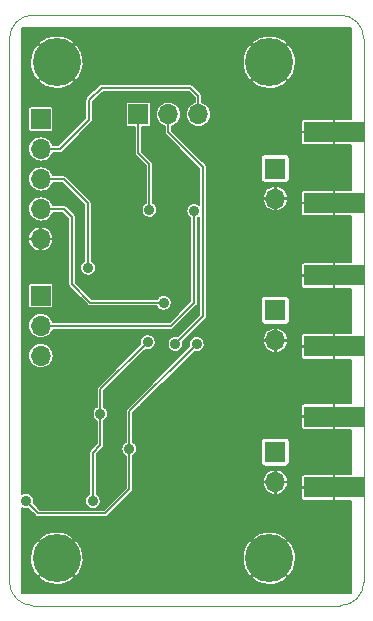
<source format=gbr>
G04 #@! TF.FileFunction,Copper,L2,Bot,Signal*
%FSLAX46Y46*%
G04 Gerber Fmt 4.6, Leading zero omitted, Abs format (unit mm)*
G04 Created by KiCad (PCBNEW 4.0.6-e0-6349~53~ubuntu16.04.1) date Fri Mar 17 13:45:09 2017*
%MOMM*%
%LPD*%
G01*
G04 APERTURE LIST*
%ADD10C,0.200000*%
%ADD11C,0.100000*%
%ADD12C,0.200000*%
%ADD13R,1.700000X1.700000*%
%ADD14O,1.700000X1.700000*%
%ADD15R,5.080000X1.800000*%
%ADD16C,0.300000*%
%ADD17C,4.064000*%
%ADD18C,0.889000*%
%ADD19C,0.150000*%
G04 APERTURE END LIST*
D10*
D11*
X128000000Y-100000000D02*
G75*
G03X130000000Y-98000000I0J2000000D01*
G01*
X100000000Y-98000000D02*
G75*
G03X102000000Y-100000000I2000000J0D01*
G01*
X130000000Y-52000000D02*
G75*
G03X128000000Y-50000000I-2000000J0D01*
G01*
X102000000Y-50000000D02*
G75*
G03X100000000Y-52000000I0J-2000000D01*
G01*
X128000000Y-50000000D02*
X102000000Y-50000000D01*
X130000000Y-98000000D02*
X130000000Y-52000000D01*
X102000000Y-100000000D02*
X128000000Y-100000000D01*
X100000000Y-52000000D02*
X100000000Y-98000000D01*
D12*
X112200000Y-93700000D03*
D13*
X122500000Y-87000000D03*
D14*
X122500000Y-89540000D03*
D13*
X122500000Y-75000000D03*
D14*
X122500000Y-77540000D03*
D13*
X122500000Y-63000000D03*
D14*
X122500000Y-65540000D03*
D13*
X110920000Y-58400000D03*
D14*
X113460000Y-58400000D03*
X116000000Y-58400000D03*
D13*
X102650000Y-73760000D03*
D14*
X102650000Y-76300000D03*
X102650000Y-78840000D03*
D13*
X102650000Y-58800000D03*
D14*
X102650000Y-61340000D03*
X102650000Y-63880000D03*
X102650000Y-66420000D03*
X102650000Y-68960000D03*
D12*
X121350000Y-91350000D03*
X121350000Y-92800000D03*
X112250000Y-97750000D03*
X119150000Y-95350000D03*
X118300000Y-96300000D03*
X117300000Y-97250000D03*
X116150000Y-97750000D03*
X114850000Y-97750000D03*
X113550000Y-97750000D03*
X111450000Y-97000000D03*
X110450000Y-95900000D03*
X109650000Y-95000000D03*
X108850000Y-93850000D03*
X108850000Y-92700000D03*
X119950000Y-61650000D03*
X119000000Y-62400000D03*
X118150000Y-63200000D03*
X117350000Y-64000000D03*
X120500000Y-64450000D03*
X119800000Y-65050000D03*
X119100000Y-65800000D03*
X119100000Y-66800000D03*
X119100000Y-67800000D03*
X119100000Y-68800000D03*
X119100000Y-69800000D03*
X119100000Y-70800000D03*
X119100000Y-71800000D03*
X119100000Y-72800000D03*
X119100000Y-73800000D03*
X119100000Y-74800000D03*
X121400000Y-79800000D03*
X121400000Y-80800000D03*
X121400000Y-81800000D03*
X121400000Y-82800000D03*
X121400000Y-83800000D03*
X118650000Y-92050000D03*
X121400000Y-84800000D03*
X120700000Y-86150000D03*
X119750000Y-87100000D03*
X118900000Y-88000000D03*
X118900000Y-89000000D03*
X118900000Y-90000000D03*
X118900000Y-91000000D03*
X117950000Y-92900000D03*
X117150000Y-93650000D03*
X116250000Y-94500000D03*
X115000000Y-95050000D03*
X113900000Y-95050000D03*
X112950000Y-94550000D03*
X111650000Y-92700000D03*
X114550000Y-92650000D03*
X115600000Y-91900000D03*
X116450000Y-91150000D03*
X116700000Y-90000000D03*
X116700000Y-89000000D03*
X116700000Y-88000000D03*
X116950000Y-86750000D03*
X117850000Y-85900000D03*
X119100000Y-76800000D03*
X119100000Y-77800000D03*
X119100000Y-78800000D03*
X119100000Y-79800000D03*
X119100000Y-80800000D03*
X119100000Y-81800000D03*
X119100000Y-82800000D03*
X119100000Y-83800000D03*
X116100000Y-84500000D03*
X115400000Y-85250000D03*
X114600000Y-86000000D03*
X114350000Y-87000000D03*
X114350000Y-88000000D03*
X114350000Y-89000000D03*
X118650000Y-85150000D03*
X116800000Y-83800000D03*
X116800000Y-82800000D03*
X116800000Y-81800000D03*
X116800000Y-80800000D03*
X116800000Y-79800000D03*
X116800000Y-78800000D03*
X116800000Y-77800000D03*
X116800000Y-76800000D03*
X116800000Y-75800000D03*
X116800000Y-74800000D03*
X116800000Y-73800000D03*
X116800000Y-72800000D03*
X116800000Y-71800000D03*
X116800000Y-70800000D03*
X116800000Y-69800000D03*
X116800000Y-68800000D03*
X116800000Y-67800000D03*
X116800000Y-66800000D03*
X116800000Y-65800000D03*
X116800000Y-64800000D03*
D15*
X127460000Y-59900000D03*
D16*
X129500000Y-59900000D03*
X125500000Y-59900000D03*
X126500000Y-60400000D03*
X126500000Y-59400000D03*
X127500000Y-59900000D03*
X128500000Y-60400000D03*
X128500000Y-59400000D03*
X129500000Y-65900000D03*
X125500000Y-65900000D03*
X126500000Y-66400000D03*
X126500000Y-65400000D03*
X127500000Y-65900000D03*
X128500000Y-66400000D03*
X128500000Y-65400000D03*
D15*
X127460000Y-65900000D03*
X127460000Y-84000000D03*
D16*
X129500000Y-84000000D03*
X125500000Y-84000000D03*
X126500000Y-84500000D03*
X126500000Y-83500000D03*
X127500000Y-84000000D03*
X128500000Y-84500000D03*
X128500000Y-83500000D03*
X129500000Y-90000000D03*
X125500000Y-90000000D03*
X126500000Y-90500000D03*
X126500000Y-89500000D03*
X127500000Y-90000000D03*
X128500000Y-90500000D03*
X128500000Y-89500000D03*
D15*
X127460000Y-90000000D03*
X127460000Y-72050000D03*
D16*
X129500000Y-72050000D03*
X125500000Y-72050000D03*
X126500000Y-72550000D03*
X126500000Y-71550000D03*
X127500000Y-72050000D03*
X128500000Y-72550000D03*
X128500000Y-71550000D03*
X129500000Y-78050000D03*
X125500000Y-78050000D03*
X126500000Y-78550000D03*
X126500000Y-77550000D03*
X127500000Y-78050000D03*
X128500000Y-78550000D03*
X128500000Y-77550000D03*
D15*
X127460000Y-78050000D03*
D17*
X122000000Y-96000000D03*
X104000000Y-96000000D03*
X122000000Y-54000000D03*
X104000000Y-54000000D03*
D12*
X119100000Y-75800000D03*
D18*
X106650000Y-71400000D03*
X115650000Y-66600000D03*
X111850000Y-66500000D03*
X113050000Y-74350000D03*
X107050000Y-91150000D03*
X107700000Y-83750000D03*
X111700000Y-77700000D03*
X115850000Y-77850000D03*
X110150000Y-86750000D03*
X101400000Y-91150000D03*
X114050000Y-77850000D03*
D10*
X102650000Y-61340000D02*
X104260000Y-61340000D01*
X104260000Y-61340000D02*
X106750000Y-58850000D01*
X106750000Y-58850000D02*
X106750000Y-57200000D01*
X106750000Y-57200000D02*
X107800000Y-56150000D01*
X107800000Y-56150000D02*
X115300000Y-56150000D01*
X115300000Y-56150000D02*
X116000000Y-56850000D01*
X116000000Y-56850000D02*
X116000000Y-58400000D01*
X102650000Y-63880000D02*
X104580000Y-63880000D01*
X106650000Y-65950000D02*
X106650000Y-71400000D01*
X104580000Y-63880000D02*
X106650000Y-65950000D01*
X113700000Y-76300000D02*
X102650000Y-76300000D01*
X115650000Y-74350000D02*
X115650000Y-66600000D01*
X113700000Y-76300000D02*
X115650000Y-74350000D01*
X110910000Y-58400000D02*
X110910000Y-61710000D01*
X111850000Y-62650000D02*
X111850000Y-66500000D01*
X110910000Y-61710000D02*
X111850000Y-62650000D01*
X102650000Y-66420000D02*
X104620000Y-66420000D01*
X106850000Y-74350000D02*
X113050000Y-74350000D01*
X105300000Y-72800000D02*
X106850000Y-74350000D01*
X105300000Y-67100000D02*
X105300000Y-72800000D01*
X104620000Y-66420000D02*
X105300000Y-67100000D01*
X107700000Y-86400000D02*
X107700000Y-83750000D01*
X107050000Y-87050000D02*
X107700000Y-86400000D01*
X107050000Y-91150000D02*
X107050000Y-87050000D01*
X107700000Y-81700000D02*
X107700000Y-83750000D01*
X111700000Y-77700000D02*
X107700000Y-81700000D01*
X110150000Y-83550000D02*
X110150000Y-86750000D01*
X115850000Y-77850000D02*
X110150000Y-83550000D01*
X110150000Y-90150000D02*
X110150000Y-86750000D01*
X108100000Y-92200000D02*
X110150000Y-90150000D01*
X102450000Y-92200000D02*
X108100000Y-92200000D01*
X101400000Y-91150000D02*
X102450000Y-92200000D01*
X114050000Y-77850000D02*
X116400000Y-75500000D01*
X116400000Y-75500000D02*
X116400000Y-62880000D01*
X116400000Y-62880000D02*
X113460000Y-59940000D01*
X113460000Y-59940000D02*
X113460000Y-58400000D01*
D19*
G36*
X128925000Y-51081066D02*
X128925000Y-58775000D01*
X127541250Y-58775000D01*
X127485000Y-58831250D01*
X127485000Y-59875000D01*
X127505000Y-59875000D01*
X127505000Y-59925000D01*
X127485000Y-59925000D01*
X127485000Y-60968750D01*
X127541250Y-61025000D01*
X128925000Y-61025000D01*
X128925000Y-64775000D01*
X127541250Y-64775000D01*
X127485000Y-64831250D01*
X127485000Y-65875000D01*
X127505000Y-65875000D01*
X127505000Y-65925000D01*
X127485000Y-65925000D01*
X127485000Y-66968750D01*
X127541250Y-67025000D01*
X128925000Y-67025000D01*
X128925000Y-70925000D01*
X127541250Y-70925000D01*
X127485000Y-70981250D01*
X127485000Y-72025000D01*
X127505000Y-72025000D01*
X127505000Y-72075000D01*
X127485000Y-72075000D01*
X127485000Y-73118750D01*
X127541250Y-73175000D01*
X128925000Y-73175000D01*
X128925000Y-76925000D01*
X127541250Y-76925000D01*
X127485000Y-76981250D01*
X127485000Y-78025000D01*
X127505000Y-78025000D01*
X127505000Y-78075000D01*
X127485000Y-78075000D01*
X127485000Y-79118750D01*
X127541250Y-79175000D01*
X128925000Y-79175000D01*
X128925000Y-82875000D01*
X127541250Y-82875000D01*
X127485000Y-82931250D01*
X127485000Y-83975000D01*
X127505000Y-83975000D01*
X127505000Y-84025000D01*
X127485000Y-84025000D01*
X127485000Y-85068750D01*
X127541250Y-85125000D01*
X128925000Y-85125000D01*
X128925000Y-88875000D01*
X127541250Y-88875000D01*
X127485000Y-88931250D01*
X127485000Y-89975000D01*
X127505000Y-89975000D01*
X127505000Y-90025000D01*
X127485000Y-90025000D01*
X127485000Y-91068750D01*
X127541250Y-91125000D01*
X128925000Y-91125000D01*
X128925000Y-98918934D01*
X128918934Y-98925000D01*
X101081066Y-98925000D01*
X101075000Y-98918934D01*
X101075000Y-97581466D01*
X102453890Y-97581466D01*
X102687256Y-97849370D01*
X103073275Y-98069938D01*
X103494907Y-98210960D01*
X103935948Y-98267016D01*
X104379452Y-98235952D01*
X104808374Y-98118962D01*
X105206230Y-97920541D01*
X105312744Y-97849370D01*
X105546110Y-97581466D01*
X120453890Y-97581466D01*
X120687256Y-97849370D01*
X121073275Y-98069938D01*
X121494907Y-98210960D01*
X121935948Y-98267016D01*
X122379452Y-98235952D01*
X122808374Y-98118962D01*
X123206230Y-97920541D01*
X123312744Y-97849370D01*
X123546110Y-97581466D01*
X122000000Y-96035355D01*
X120453890Y-97581466D01*
X105546110Y-97581466D01*
X104000000Y-96035355D01*
X102453890Y-97581466D01*
X101075000Y-97581466D01*
X101075000Y-95935948D01*
X101732984Y-95935948D01*
X101764048Y-96379452D01*
X101881038Y-96808374D01*
X102079459Y-97206230D01*
X102150630Y-97312744D01*
X102418534Y-97546110D01*
X103964645Y-96000000D01*
X104035355Y-96000000D01*
X105581466Y-97546110D01*
X105849370Y-97312744D01*
X106069938Y-96926725D01*
X106210960Y-96505093D01*
X106267016Y-96064052D01*
X106258044Y-95935948D01*
X119732984Y-95935948D01*
X119764048Y-96379452D01*
X119881038Y-96808374D01*
X120079459Y-97206230D01*
X120150630Y-97312744D01*
X120418534Y-97546110D01*
X121964645Y-96000000D01*
X122035355Y-96000000D01*
X123581466Y-97546110D01*
X123849370Y-97312744D01*
X124069938Y-96926725D01*
X124210960Y-96505093D01*
X124267016Y-96064052D01*
X124235952Y-95620548D01*
X124118962Y-95191626D01*
X123920541Y-94793770D01*
X123849370Y-94687256D01*
X123581466Y-94453890D01*
X122035355Y-96000000D01*
X121964645Y-96000000D01*
X120418534Y-94453890D01*
X120150630Y-94687256D01*
X119930062Y-95073275D01*
X119789040Y-95494907D01*
X119732984Y-95935948D01*
X106258044Y-95935948D01*
X106235952Y-95620548D01*
X106118962Y-95191626D01*
X105920541Y-94793770D01*
X105849370Y-94687256D01*
X105581466Y-94453890D01*
X104035355Y-96000000D01*
X103964645Y-96000000D01*
X102418534Y-94453890D01*
X102150630Y-94687256D01*
X101930062Y-95073275D01*
X101789040Y-95494907D01*
X101732984Y-95935948D01*
X101075000Y-95935948D01*
X101075000Y-94418534D01*
X102453890Y-94418534D01*
X104000000Y-95964645D01*
X105546110Y-94418534D01*
X120453890Y-94418534D01*
X122000000Y-95964645D01*
X123546110Y-94418534D01*
X123312744Y-94150630D01*
X122926725Y-93930062D01*
X122505093Y-93789040D01*
X122064052Y-93732984D01*
X121620548Y-93764048D01*
X121191626Y-93881038D01*
X120793770Y-94079459D01*
X120687256Y-94150630D01*
X120453890Y-94418534D01*
X105546110Y-94418534D01*
X105312744Y-94150630D01*
X104926725Y-93930062D01*
X104505093Y-93789040D01*
X104064052Y-93732984D01*
X103620548Y-93764048D01*
X103191626Y-93881038D01*
X102793770Y-94079459D01*
X102687256Y-94150630D01*
X102453890Y-94418534D01*
X101075000Y-94418534D01*
X101075000Y-91738648D01*
X101192112Y-91789813D01*
X101320345Y-91818007D01*
X101451612Y-91820756D01*
X101580913Y-91797957D01*
X101586262Y-91795882D01*
X102220190Y-92429810D01*
X102243361Y-92448842D01*
X102266386Y-92468162D01*
X102267887Y-92468987D01*
X102269204Y-92470069D01*
X102295615Y-92484231D01*
X102321969Y-92498719D01*
X102323599Y-92499236D01*
X102325104Y-92500043D01*
X102353761Y-92508804D01*
X102382429Y-92517898D01*
X102384132Y-92518089D01*
X102385761Y-92518587D01*
X102415541Y-92521612D01*
X102445462Y-92524968D01*
X102448813Y-92524992D01*
X102448866Y-92524997D01*
X102448915Y-92524992D01*
X102450000Y-92525000D01*
X108100000Y-92525000D01*
X108129820Y-92522076D01*
X108159784Y-92519454D01*
X108161427Y-92518977D01*
X108163126Y-92518810D01*
X108191817Y-92510148D01*
X108220695Y-92501758D01*
X108222215Y-92500970D01*
X108223848Y-92500477D01*
X108250299Y-92486413D01*
X108277008Y-92472568D01*
X108278346Y-92471500D01*
X108279852Y-92470699D01*
X108303088Y-92451748D01*
X108326578Y-92432996D01*
X108328962Y-92430646D01*
X108329006Y-92430610D01*
X108329039Y-92430570D01*
X108329810Y-92429810D01*
X110379810Y-90379810D01*
X110398865Y-90356612D01*
X110418162Y-90333614D01*
X110418985Y-90332117D01*
X110420070Y-90330796D01*
X110434242Y-90304364D01*
X110448719Y-90278031D01*
X110449237Y-90276398D01*
X110450043Y-90274895D01*
X110458808Y-90246225D01*
X110467898Y-90217571D01*
X110468089Y-90215871D01*
X110468588Y-90214238D01*
X110471622Y-90184370D01*
X110474968Y-90154538D01*
X110474992Y-90151197D01*
X110474998Y-90151134D01*
X110474992Y-90151075D01*
X110475000Y-90150000D01*
X110475000Y-89732814D01*
X121442433Y-89732814D01*
X121449146Y-89766577D01*
X121513541Y-89967235D01*
X121615845Y-90151474D01*
X121752127Y-90312215D01*
X121917149Y-90443280D01*
X122104569Y-90539632D01*
X122307186Y-90597569D01*
X122475000Y-90558461D01*
X122475000Y-89565000D01*
X122525000Y-89565000D01*
X122525000Y-90558461D01*
X122692814Y-90597569D01*
X122895431Y-90539632D01*
X123082851Y-90443280D01*
X123247873Y-90312215D01*
X123384155Y-90151474D01*
X123423148Y-90081250D01*
X124695000Y-90081250D01*
X124695000Y-90922161D01*
X124703647Y-90965631D01*
X124720608Y-91006578D01*
X124745231Y-91043430D01*
X124776571Y-91074769D01*
X124813423Y-91099393D01*
X124854370Y-91116354D01*
X124897840Y-91125000D01*
X127378750Y-91125000D01*
X127435000Y-91068750D01*
X127435000Y-90025000D01*
X124751250Y-90025000D01*
X124695000Y-90081250D01*
X123423148Y-90081250D01*
X123486459Y-89967235D01*
X123550854Y-89766577D01*
X123557567Y-89732814D01*
X123518443Y-89565000D01*
X122525000Y-89565000D01*
X122475000Y-89565000D01*
X121481557Y-89565000D01*
X121442433Y-89732814D01*
X110475000Y-89732814D01*
X110475000Y-89347186D01*
X121442433Y-89347186D01*
X121481557Y-89515000D01*
X122475000Y-89515000D01*
X122475000Y-88521539D01*
X122525000Y-88521539D01*
X122525000Y-89515000D01*
X123518443Y-89515000D01*
X123557567Y-89347186D01*
X123550854Y-89313423D01*
X123486459Y-89112765D01*
X123467066Y-89077839D01*
X124695000Y-89077839D01*
X124695000Y-89918750D01*
X124751250Y-89975000D01*
X127435000Y-89975000D01*
X127435000Y-88931250D01*
X127378750Y-88875000D01*
X124897840Y-88875000D01*
X124854370Y-88883646D01*
X124813423Y-88900607D01*
X124776571Y-88925231D01*
X124745231Y-88956570D01*
X124720608Y-88993422D01*
X124703647Y-89034369D01*
X124695000Y-89077839D01*
X123467066Y-89077839D01*
X123384155Y-88928526D01*
X123247873Y-88767785D01*
X123082851Y-88636720D01*
X122895431Y-88540368D01*
X122692814Y-88482431D01*
X122525000Y-88521539D01*
X122475000Y-88521539D01*
X122307186Y-88482431D01*
X122104569Y-88540368D01*
X121917149Y-88636720D01*
X121752127Y-88767785D01*
X121615845Y-88928526D01*
X121513541Y-89112765D01*
X121449146Y-89313423D01*
X121442433Y-89347186D01*
X110475000Y-89347186D01*
X110475000Y-87336720D01*
X110564179Y-87280126D01*
X110659260Y-87189582D01*
X110734943Y-87082294D01*
X110788346Y-86962349D01*
X110817434Y-86834317D01*
X110819528Y-86684352D01*
X110794026Y-86555557D01*
X110743993Y-86434168D01*
X110671335Y-86324809D01*
X110578820Y-86231646D01*
X110475000Y-86161618D01*
X110475000Y-86150000D01*
X121273186Y-86150000D01*
X121273186Y-87850000D01*
X121277948Y-87909717D01*
X121309315Y-88011004D01*
X121367657Y-88099543D01*
X121448357Y-88168322D01*
X121545022Y-88211896D01*
X121650000Y-88226814D01*
X123350000Y-88226814D01*
X123409717Y-88222052D01*
X123511004Y-88190685D01*
X123599543Y-88132343D01*
X123668322Y-88051643D01*
X123711896Y-87954978D01*
X123726814Y-87850000D01*
X123726814Y-86150000D01*
X123722052Y-86090283D01*
X123690685Y-85988996D01*
X123632343Y-85900457D01*
X123551643Y-85831678D01*
X123454978Y-85788104D01*
X123350000Y-85773186D01*
X121650000Y-85773186D01*
X121590283Y-85777948D01*
X121488996Y-85809315D01*
X121400457Y-85867657D01*
X121331678Y-85948357D01*
X121288104Y-86045022D01*
X121273186Y-86150000D01*
X110475000Y-86150000D01*
X110475000Y-84081250D01*
X124695000Y-84081250D01*
X124695000Y-84922161D01*
X124703647Y-84965631D01*
X124720608Y-85006578D01*
X124745231Y-85043430D01*
X124776571Y-85074769D01*
X124813423Y-85099393D01*
X124854370Y-85116354D01*
X124897840Y-85125000D01*
X127378750Y-85125000D01*
X127435000Y-85068750D01*
X127435000Y-84025000D01*
X124751250Y-84025000D01*
X124695000Y-84081250D01*
X110475000Y-84081250D01*
X110475000Y-83684620D01*
X111081781Y-83077839D01*
X124695000Y-83077839D01*
X124695000Y-83918750D01*
X124751250Y-83975000D01*
X127435000Y-83975000D01*
X127435000Y-82931250D01*
X127378750Y-82875000D01*
X124897840Y-82875000D01*
X124854370Y-82883646D01*
X124813423Y-82900607D01*
X124776571Y-82925231D01*
X124745231Y-82956570D01*
X124720608Y-82993422D01*
X124703647Y-83034369D01*
X124695000Y-83077839D01*
X111081781Y-83077839D01*
X115664815Y-78494805D01*
X115770345Y-78518007D01*
X115901612Y-78520756D01*
X116030913Y-78497957D01*
X116153323Y-78450477D01*
X116264179Y-78380126D01*
X116359260Y-78289582D01*
X116434943Y-78182294D01*
X116488346Y-78062349D01*
X116517434Y-77934317D01*
X116519528Y-77784352D01*
X116509324Y-77732814D01*
X121442433Y-77732814D01*
X121449146Y-77766577D01*
X121513541Y-77967235D01*
X121615845Y-78151474D01*
X121752127Y-78312215D01*
X121917149Y-78443280D01*
X122104569Y-78539632D01*
X122307186Y-78597569D01*
X122475000Y-78558461D01*
X122475000Y-77565000D01*
X122525000Y-77565000D01*
X122525000Y-78558461D01*
X122692814Y-78597569D01*
X122895431Y-78539632D01*
X123082851Y-78443280D01*
X123247873Y-78312215D01*
X123384155Y-78151474D01*
X123395384Y-78131250D01*
X124695000Y-78131250D01*
X124695000Y-78972161D01*
X124703647Y-79015631D01*
X124720608Y-79056578D01*
X124745231Y-79093430D01*
X124776571Y-79124769D01*
X124813423Y-79149393D01*
X124854370Y-79166354D01*
X124897840Y-79175000D01*
X127378750Y-79175000D01*
X127435000Y-79118750D01*
X127435000Y-78075000D01*
X124751250Y-78075000D01*
X124695000Y-78131250D01*
X123395384Y-78131250D01*
X123486459Y-77967235D01*
X123550854Y-77766577D01*
X123557567Y-77732814D01*
X123518443Y-77565000D01*
X122525000Y-77565000D01*
X122475000Y-77565000D01*
X121481557Y-77565000D01*
X121442433Y-77732814D01*
X116509324Y-77732814D01*
X116494026Y-77655557D01*
X116443993Y-77534168D01*
X116371335Y-77424809D01*
X116294252Y-77347186D01*
X121442433Y-77347186D01*
X121481557Y-77515000D01*
X122475000Y-77515000D01*
X122475000Y-76521539D01*
X122525000Y-76521539D01*
X122525000Y-77515000D01*
X123518443Y-77515000D01*
X123557567Y-77347186D01*
X123550854Y-77313423D01*
X123491297Y-77127839D01*
X124695000Y-77127839D01*
X124695000Y-77968750D01*
X124751250Y-78025000D01*
X127435000Y-78025000D01*
X127435000Y-76981250D01*
X127378750Y-76925000D01*
X124897840Y-76925000D01*
X124854370Y-76933646D01*
X124813423Y-76950607D01*
X124776571Y-76975231D01*
X124745231Y-77006570D01*
X124720608Y-77043422D01*
X124703647Y-77084369D01*
X124695000Y-77127839D01*
X123491297Y-77127839D01*
X123486459Y-77112765D01*
X123384155Y-76928526D01*
X123247873Y-76767785D01*
X123082851Y-76636720D01*
X122895431Y-76540368D01*
X122692814Y-76482431D01*
X122525000Y-76521539D01*
X122475000Y-76521539D01*
X122307186Y-76482431D01*
X122104569Y-76540368D01*
X121917149Y-76636720D01*
X121752127Y-76767785D01*
X121615845Y-76928526D01*
X121513541Y-77112765D01*
X121449146Y-77313423D01*
X121442433Y-77347186D01*
X116294252Y-77347186D01*
X116278820Y-77331646D01*
X116169971Y-77258226D01*
X116048934Y-77207347D01*
X115920320Y-77180946D01*
X115789028Y-77180030D01*
X115660058Y-77204632D01*
X115538323Y-77253816D01*
X115428459Y-77325709D01*
X115334652Y-77417572D01*
X115260474Y-77525906D01*
X115208751Y-77646584D01*
X115181454Y-77775011D01*
X115179620Y-77906293D01*
X115203322Y-78035432D01*
X115203783Y-78036597D01*
X109920190Y-83320190D01*
X109901135Y-83343388D01*
X109881838Y-83366386D01*
X109881015Y-83367883D01*
X109879930Y-83369204D01*
X109865748Y-83395654D01*
X109851281Y-83421969D01*
X109850764Y-83423599D01*
X109849957Y-83425104D01*
X109841183Y-83453802D01*
X109832102Y-83482429D01*
X109831912Y-83484127D01*
X109831412Y-83485761D01*
X109828377Y-83515635D01*
X109825032Y-83545462D01*
X109825008Y-83548803D01*
X109825002Y-83548866D01*
X109825008Y-83548925D01*
X109825000Y-83550000D01*
X109825000Y-86162534D01*
X109728459Y-86225709D01*
X109634652Y-86317572D01*
X109560474Y-86425906D01*
X109508751Y-86546584D01*
X109481454Y-86675011D01*
X109479620Y-86806293D01*
X109503322Y-86935432D01*
X109551655Y-87057508D01*
X109622779Y-87167870D01*
X109713984Y-87262317D01*
X109821798Y-87337249D01*
X109825000Y-87338648D01*
X109825000Y-90015380D01*
X107965380Y-91875000D01*
X102584620Y-91875000D01*
X102044571Y-91334951D01*
X102067434Y-91234317D01*
X102067825Y-91206293D01*
X106379620Y-91206293D01*
X106403322Y-91335432D01*
X106451655Y-91457508D01*
X106522779Y-91567870D01*
X106613984Y-91662317D01*
X106721798Y-91737249D01*
X106842112Y-91789813D01*
X106970345Y-91818007D01*
X107101612Y-91820756D01*
X107230913Y-91797957D01*
X107353323Y-91750477D01*
X107464179Y-91680126D01*
X107559260Y-91589582D01*
X107634943Y-91482294D01*
X107688346Y-91362349D01*
X107717434Y-91234317D01*
X107719528Y-91084352D01*
X107694026Y-90955557D01*
X107643993Y-90834168D01*
X107571335Y-90724809D01*
X107478820Y-90631646D01*
X107375000Y-90561618D01*
X107375000Y-87184620D01*
X107929810Y-86629810D01*
X107948865Y-86606612D01*
X107968162Y-86583614D01*
X107968985Y-86582117D01*
X107970070Y-86580796D01*
X107984242Y-86554364D01*
X107998719Y-86528031D01*
X107999237Y-86526398D01*
X108000043Y-86524895D01*
X108008808Y-86496225D01*
X108017898Y-86467571D01*
X108018089Y-86465871D01*
X108018588Y-86464238D01*
X108021622Y-86434370D01*
X108024968Y-86404538D01*
X108024992Y-86401197D01*
X108024998Y-86401134D01*
X108024992Y-86401075D01*
X108025000Y-86400000D01*
X108025000Y-84336720D01*
X108114179Y-84280126D01*
X108209260Y-84189582D01*
X108284943Y-84082294D01*
X108338346Y-83962349D01*
X108367434Y-83834317D01*
X108369528Y-83684352D01*
X108344026Y-83555557D01*
X108293993Y-83434168D01*
X108221335Y-83324809D01*
X108128820Y-83231646D01*
X108025000Y-83161618D01*
X108025000Y-81834620D01*
X111514815Y-78344805D01*
X111620345Y-78368007D01*
X111751612Y-78370756D01*
X111880913Y-78347957D01*
X112003323Y-78300477D01*
X112114179Y-78230126D01*
X112209260Y-78139582D01*
X112284943Y-78032294D01*
X112338346Y-77912349D01*
X112367434Y-77784317D01*
X112369528Y-77634352D01*
X112344026Y-77505557D01*
X112293993Y-77384168D01*
X112221335Y-77274809D01*
X112128820Y-77181646D01*
X112019971Y-77108226D01*
X111898934Y-77057347D01*
X111770320Y-77030946D01*
X111639028Y-77030030D01*
X111510058Y-77054632D01*
X111388323Y-77103816D01*
X111278459Y-77175709D01*
X111184652Y-77267572D01*
X111110474Y-77375906D01*
X111058751Y-77496584D01*
X111031454Y-77625011D01*
X111029620Y-77756293D01*
X111053322Y-77885432D01*
X111053783Y-77886597D01*
X107470190Y-81470190D01*
X107451135Y-81493388D01*
X107431838Y-81516386D01*
X107431015Y-81517883D01*
X107429930Y-81519204D01*
X107415748Y-81545654D01*
X107401281Y-81571969D01*
X107400764Y-81573599D01*
X107399957Y-81575104D01*
X107391183Y-81603802D01*
X107382102Y-81632429D01*
X107381912Y-81634127D01*
X107381412Y-81635761D01*
X107378377Y-81665635D01*
X107375032Y-81695462D01*
X107375008Y-81698803D01*
X107375002Y-81698866D01*
X107375008Y-81698925D01*
X107375000Y-81700000D01*
X107375000Y-83162534D01*
X107278459Y-83225709D01*
X107184652Y-83317572D01*
X107110474Y-83425906D01*
X107058751Y-83546584D01*
X107031454Y-83675011D01*
X107029620Y-83806293D01*
X107053322Y-83935432D01*
X107101655Y-84057508D01*
X107172779Y-84167870D01*
X107263984Y-84262317D01*
X107371798Y-84337249D01*
X107375000Y-84338648D01*
X107375000Y-86265380D01*
X106820190Y-86820190D01*
X106801135Y-86843388D01*
X106781838Y-86866386D01*
X106781015Y-86867883D01*
X106779930Y-86869204D01*
X106765748Y-86895654D01*
X106751281Y-86921969D01*
X106750764Y-86923599D01*
X106749957Y-86925104D01*
X106741183Y-86953802D01*
X106732102Y-86982429D01*
X106731912Y-86984127D01*
X106731412Y-86985761D01*
X106728377Y-87015635D01*
X106725032Y-87045462D01*
X106725008Y-87048803D01*
X106725002Y-87048866D01*
X106725008Y-87048925D01*
X106725000Y-87050000D01*
X106725000Y-90562534D01*
X106628459Y-90625709D01*
X106534652Y-90717572D01*
X106460474Y-90825906D01*
X106408751Y-90946584D01*
X106381454Y-91075011D01*
X106379620Y-91206293D01*
X102067825Y-91206293D01*
X102069528Y-91084352D01*
X102044026Y-90955557D01*
X101993993Y-90834168D01*
X101921335Y-90724809D01*
X101828820Y-90631646D01*
X101719971Y-90558226D01*
X101598934Y-90507347D01*
X101470320Y-90480946D01*
X101339028Y-90480030D01*
X101210058Y-90504632D01*
X101088323Y-90553816D01*
X101075000Y-90562534D01*
X101075000Y-78832495D01*
X101569825Y-78832495D01*
X101588840Y-79041435D01*
X101648076Y-79242702D01*
X101745277Y-79428630D01*
X101876741Y-79592138D01*
X102037459Y-79726997D01*
X102221311Y-79828070D01*
X102421294Y-79891509D01*
X102629790Y-79914895D01*
X102644799Y-79915000D01*
X102655201Y-79915000D01*
X102864003Y-79894527D01*
X103064852Y-79833887D01*
X103250097Y-79735390D01*
X103412683Y-79602789D01*
X103546416Y-79441132D01*
X103646204Y-79256579D01*
X103708244Y-79056159D01*
X103730175Y-78847505D01*
X103711160Y-78638565D01*
X103651924Y-78437298D01*
X103554723Y-78251370D01*
X103423259Y-78087862D01*
X103262541Y-77953003D01*
X103078689Y-77851930D01*
X102878706Y-77788491D01*
X102670210Y-77765105D01*
X102655201Y-77765000D01*
X102644799Y-77765000D01*
X102435997Y-77785473D01*
X102235148Y-77846113D01*
X102049903Y-77944610D01*
X101887317Y-78077211D01*
X101753584Y-78238868D01*
X101653796Y-78423421D01*
X101591756Y-78623841D01*
X101569825Y-78832495D01*
X101075000Y-78832495D01*
X101075000Y-76292495D01*
X101569825Y-76292495D01*
X101588840Y-76501435D01*
X101648076Y-76702702D01*
X101745277Y-76888630D01*
X101876741Y-77052138D01*
X102037459Y-77186997D01*
X102221311Y-77288070D01*
X102421294Y-77351509D01*
X102629790Y-77374895D01*
X102644799Y-77375000D01*
X102655201Y-77375000D01*
X102864003Y-77354527D01*
X103064852Y-77293887D01*
X103250097Y-77195390D01*
X103412683Y-77062789D01*
X103546416Y-76901132D01*
X103646204Y-76716579D01*
X103674552Y-76625000D01*
X113700000Y-76625000D01*
X113729820Y-76622076D01*
X113759784Y-76619454D01*
X113761427Y-76618977D01*
X113763126Y-76618810D01*
X113791817Y-76610148D01*
X113820695Y-76601758D01*
X113822215Y-76600970D01*
X113823848Y-76600477D01*
X113850299Y-76586413D01*
X113877008Y-76572568D01*
X113878346Y-76571500D01*
X113879852Y-76570699D01*
X113903088Y-76551748D01*
X113926578Y-76532996D01*
X113928962Y-76530646D01*
X113929006Y-76530610D01*
X113929039Y-76530570D01*
X113929810Y-76529810D01*
X115879809Y-74579810D01*
X115898817Y-74556669D01*
X115918162Y-74533614D01*
X115918987Y-74532113D01*
X115920069Y-74530796D01*
X115934231Y-74504385D01*
X115948719Y-74478031D01*
X115949236Y-74476401D01*
X115950043Y-74474896D01*
X115958804Y-74446239D01*
X115967898Y-74417571D01*
X115968089Y-74415868D01*
X115968587Y-74414239D01*
X115971612Y-74384455D01*
X115974968Y-74354538D01*
X115974992Y-74351188D01*
X115974997Y-74351135D01*
X115974992Y-74351086D01*
X115975000Y-74350000D01*
X115975000Y-67186720D01*
X116064179Y-67130126D01*
X116075000Y-67119821D01*
X116075000Y-75365380D01*
X114235741Y-77204639D01*
X114120320Y-77180946D01*
X113989028Y-77180030D01*
X113860058Y-77204632D01*
X113738323Y-77253816D01*
X113628459Y-77325709D01*
X113534652Y-77417572D01*
X113460474Y-77525906D01*
X113408751Y-77646584D01*
X113381454Y-77775011D01*
X113379620Y-77906293D01*
X113403322Y-78035432D01*
X113451655Y-78157508D01*
X113522779Y-78267870D01*
X113613984Y-78362317D01*
X113721798Y-78437249D01*
X113842112Y-78489813D01*
X113970345Y-78518007D01*
X114101612Y-78520756D01*
X114230913Y-78497957D01*
X114353323Y-78450477D01*
X114464179Y-78380126D01*
X114559260Y-78289582D01*
X114634943Y-78182294D01*
X114688346Y-78062349D01*
X114717434Y-77934317D01*
X114719528Y-77784352D01*
X114695685Y-77663935D01*
X116629810Y-75729810D01*
X116648865Y-75706612D01*
X116668162Y-75683614D01*
X116668985Y-75682117D01*
X116670070Y-75680796D01*
X116684242Y-75654364D01*
X116698719Y-75628031D01*
X116699237Y-75626398D01*
X116700043Y-75624895D01*
X116708808Y-75596225D01*
X116717898Y-75567571D01*
X116718089Y-75565871D01*
X116718588Y-75564238D01*
X116721622Y-75534370D01*
X116724968Y-75504538D01*
X116724992Y-75501197D01*
X116724998Y-75501134D01*
X116724992Y-75501075D01*
X116725000Y-75500000D01*
X116725000Y-74150000D01*
X121273186Y-74150000D01*
X121273186Y-75850000D01*
X121277948Y-75909717D01*
X121309315Y-76011004D01*
X121367657Y-76099543D01*
X121448357Y-76168322D01*
X121545022Y-76211896D01*
X121650000Y-76226814D01*
X123350000Y-76226814D01*
X123409717Y-76222052D01*
X123511004Y-76190685D01*
X123599543Y-76132343D01*
X123668322Y-76051643D01*
X123711896Y-75954978D01*
X123726814Y-75850000D01*
X123726814Y-74150000D01*
X123722052Y-74090283D01*
X123690685Y-73988996D01*
X123632343Y-73900457D01*
X123551643Y-73831678D01*
X123454978Y-73788104D01*
X123350000Y-73773186D01*
X121650000Y-73773186D01*
X121590283Y-73777948D01*
X121488996Y-73809315D01*
X121400457Y-73867657D01*
X121331678Y-73948357D01*
X121288104Y-74045022D01*
X121273186Y-74150000D01*
X116725000Y-74150000D01*
X116725000Y-72131250D01*
X124695000Y-72131250D01*
X124695000Y-72972161D01*
X124703647Y-73015631D01*
X124720608Y-73056578D01*
X124745231Y-73093430D01*
X124776571Y-73124769D01*
X124813423Y-73149393D01*
X124854370Y-73166354D01*
X124897840Y-73175000D01*
X127378750Y-73175000D01*
X127435000Y-73118750D01*
X127435000Y-72075000D01*
X124751250Y-72075000D01*
X124695000Y-72131250D01*
X116725000Y-72131250D01*
X116725000Y-71127839D01*
X124695000Y-71127839D01*
X124695000Y-71968750D01*
X124751250Y-72025000D01*
X127435000Y-72025000D01*
X127435000Y-70981250D01*
X127378750Y-70925000D01*
X124897840Y-70925000D01*
X124854370Y-70933646D01*
X124813423Y-70950607D01*
X124776571Y-70975231D01*
X124745231Y-71006570D01*
X124720608Y-71043422D01*
X124703647Y-71084369D01*
X124695000Y-71127839D01*
X116725000Y-71127839D01*
X116725000Y-65732814D01*
X121442433Y-65732814D01*
X121449146Y-65766577D01*
X121513541Y-65967235D01*
X121615845Y-66151474D01*
X121752127Y-66312215D01*
X121917149Y-66443280D01*
X122104569Y-66539632D01*
X122307186Y-66597569D01*
X122475000Y-66558461D01*
X122475000Y-65565000D01*
X122525000Y-65565000D01*
X122525000Y-66558461D01*
X122692814Y-66597569D01*
X122895431Y-66539632D01*
X123082851Y-66443280D01*
X123247873Y-66312215D01*
X123384155Y-66151474D01*
X123478676Y-65981250D01*
X124695000Y-65981250D01*
X124695000Y-66822161D01*
X124703647Y-66865631D01*
X124720608Y-66906578D01*
X124745231Y-66943430D01*
X124776571Y-66974769D01*
X124813423Y-66999393D01*
X124854370Y-67016354D01*
X124897840Y-67025000D01*
X127378750Y-67025000D01*
X127435000Y-66968750D01*
X127435000Y-65925000D01*
X124751250Y-65925000D01*
X124695000Y-65981250D01*
X123478676Y-65981250D01*
X123486459Y-65967235D01*
X123550854Y-65766577D01*
X123557567Y-65732814D01*
X123518443Y-65565000D01*
X122525000Y-65565000D01*
X122475000Y-65565000D01*
X121481557Y-65565000D01*
X121442433Y-65732814D01*
X116725000Y-65732814D01*
X116725000Y-65347186D01*
X121442433Y-65347186D01*
X121481557Y-65515000D01*
X122475000Y-65515000D01*
X122475000Y-64521539D01*
X122525000Y-64521539D01*
X122525000Y-65515000D01*
X123518443Y-65515000D01*
X123557567Y-65347186D01*
X123550854Y-65313423D01*
X123486459Y-65112765D01*
X123411538Y-64977839D01*
X124695000Y-64977839D01*
X124695000Y-65818750D01*
X124751250Y-65875000D01*
X127435000Y-65875000D01*
X127435000Y-64831250D01*
X127378750Y-64775000D01*
X124897840Y-64775000D01*
X124854370Y-64783646D01*
X124813423Y-64800607D01*
X124776571Y-64825231D01*
X124745231Y-64856570D01*
X124720608Y-64893422D01*
X124703647Y-64934369D01*
X124695000Y-64977839D01*
X123411538Y-64977839D01*
X123384155Y-64928526D01*
X123247873Y-64767785D01*
X123082851Y-64636720D01*
X122895431Y-64540368D01*
X122692814Y-64482431D01*
X122525000Y-64521539D01*
X122475000Y-64521539D01*
X122307186Y-64482431D01*
X122104569Y-64540368D01*
X121917149Y-64636720D01*
X121752127Y-64767785D01*
X121615845Y-64928526D01*
X121513541Y-65112765D01*
X121449146Y-65313423D01*
X121442433Y-65347186D01*
X116725000Y-65347186D01*
X116725000Y-62880000D01*
X116722076Y-62850180D01*
X116719454Y-62820216D01*
X116718977Y-62818573D01*
X116718810Y-62816874D01*
X116710148Y-62788183D01*
X116701758Y-62759305D01*
X116700970Y-62757785D01*
X116700477Y-62756152D01*
X116686413Y-62729701D01*
X116672568Y-62702992D01*
X116671500Y-62701654D01*
X116670699Y-62700148D01*
X116651748Y-62676912D01*
X116632996Y-62653422D01*
X116630646Y-62651038D01*
X116630610Y-62650994D01*
X116630570Y-62650961D01*
X116629810Y-62650190D01*
X116129620Y-62150000D01*
X121273186Y-62150000D01*
X121273186Y-63850000D01*
X121277948Y-63909717D01*
X121309315Y-64011004D01*
X121367657Y-64099543D01*
X121448357Y-64168322D01*
X121545022Y-64211896D01*
X121650000Y-64226814D01*
X123350000Y-64226814D01*
X123409717Y-64222052D01*
X123511004Y-64190685D01*
X123599543Y-64132343D01*
X123668322Y-64051643D01*
X123711896Y-63954978D01*
X123726814Y-63850000D01*
X123726814Y-62150000D01*
X123722052Y-62090283D01*
X123690685Y-61988996D01*
X123632343Y-61900457D01*
X123551643Y-61831678D01*
X123454978Y-61788104D01*
X123350000Y-61773186D01*
X121650000Y-61773186D01*
X121590283Y-61777948D01*
X121488996Y-61809315D01*
X121400457Y-61867657D01*
X121331678Y-61948357D01*
X121288104Y-62045022D01*
X121273186Y-62150000D01*
X116129620Y-62150000D01*
X113960870Y-59981250D01*
X124695000Y-59981250D01*
X124695000Y-60822161D01*
X124703647Y-60865631D01*
X124720608Y-60906578D01*
X124745231Y-60943430D01*
X124776571Y-60974769D01*
X124813423Y-60999393D01*
X124854370Y-61016354D01*
X124897840Y-61025000D01*
X127378750Y-61025000D01*
X127435000Y-60968750D01*
X127435000Y-59925000D01*
X124751250Y-59925000D01*
X124695000Y-59981250D01*
X113960870Y-59981250D01*
X113785000Y-59805380D01*
X113785000Y-59424793D01*
X113862702Y-59401924D01*
X114048630Y-59304723D01*
X114212138Y-59173259D01*
X114346997Y-59012541D01*
X114448070Y-58828689D01*
X114511509Y-58628706D01*
X114534895Y-58420210D01*
X114535000Y-58405201D01*
X114535000Y-58394799D01*
X114514527Y-58185997D01*
X114453887Y-57985148D01*
X114355390Y-57799903D01*
X114222789Y-57637317D01*
X114061132Y-57503584D01*
X113876579Y-57403796D01*
X113676159Y-57341756D01*
X113467505Y-57319825D01*
X113258565Y-57338840D01*
X113057298Y-57398076D01*
X112871370Y-57495277D01*
X112707862Y-57626741D01*
X112573003Y-57787459D01*
X112471930Y-57971311D01*
X112408491Y-58171294D01*
X112385105Y-58379790D01*
X112385000Y-58394799D01*
X112385000Y-58405201D01*
X112405473Y-58614003D01*
X112466113Y-58814852D01*
X112564610Y-59000097D01*
X112697211Y-59162683D01*
X112858868Y-59296416D01*
X113043421Y-59396204D01*
X113135000Y-59424552D01*
X113135000Y-59940000D01*
X113137924Y-59969820D01*
X113140546Y-59999784D01*
X113141023Y-60001427D01*
X113141190Y-60003126D01*
X113149852Y-60031817D01*
X113158242Y-60060695D01*
X113159030Y-60062215D01*
X113159523Y-60063848D01*
X113173587Y-60090299D01*
X113187432Y-60117008D01*
X113188500Y-60118346D01*
X113189301Y-60119852D01*
X113208252Y-60143088D01*
X113227004Y-60166578D01*
X113229354Y-60168962D01*
X113229390Y-60169006D01*
X113229430Y-60169039D01*
X113230190Y-60169810D01*
X116075000Y-63014620D01*
X116075000Y-66079069D01*
X115969971Y-66008226D01*
X115848934Y-65957347D01*
X115720320Y-65930946D01*
X115589028Y-65930030D01*
X115460058Y-65954632D01*
X115338323Y-66003816D01*
X115228459Y-66075709D01*
X115134652Y-66167572D01*
X115060474Y-66275906D01*
X115008751Y-66396584D01*
X114981454Y-66525011D01*
X114979620Y-66656293D01*
X115003322Y-66785432D01*
X115051655Y-66907508D01*
X115122779Y-67017870D01*
X115213984Y-67112317D01*
X115321798Y-67187249D01*
X115325000Y-67188648D01*
X115325000Y-74215381D01*
X113565380Y-75975000D01*
X103674793Y-75975000D01*
X103651924Y-75897298D01*
X103554723Y-75711370D01*
X103423259Y-75547862D01*
X103262541Y-75413003D01*
X103078689Y-75311930D01*
X102878706Y-75248491D01*
X102670210Y-75225105D01*
X102655201Y-75225000D01*
X102644799Y-75225000D01*
X102435997Y-75245473D01*
X102235148Y-75306113D01*
X102049903Y-75404610D01*
X101887317Y-75537211D01*
X101753584Y-75698868D01*
X101653796Y-75883421D01*
X101591756Y-76083841D01*
X101569825Y-76292495D01*
X101075000Y-76292495D01*
X101075000Y-72910000D01*
X101573912Y-72910000D01*
X101573912Y-74610000D01*
X101576769Y-74645830D01*
X101595589Y-74706602D01*
X101630595Y-74759725D01*
X101679014Y-74800993D01*
X101737013Y-74827137D01*
X101800000Y-74836088D01*
X103500000Y-74836088D01*
X103535830Y-74833231D01*
X103596602Y-74814411D01*
X103649725Y-74779405D01*
X103690993Y-74730986D01*
X103717137Y-74672987D01*
X103726088Y-74610000D01*
X103726088Y-72910000D01*
X103723231Y-72874170D01*
X103704411Y-72813398D01*
X103669405Y-72760275D01*
X103620986Y-72719007D01*
X103562987Y-72692863D01*
X103500000Y-72683912D01*
X101800000Y-72683912D01*
X101764170Y-72686769D01*
X101703398Y-72705589D01*
X101650275Y-72740595D01*
X101609007Y-72789014D01*
X101582863Y-72847013D01*
X101573912Y-72910000D01*
X101075000Y-72910000D01*
X101075000Y-69152814D01*
X101592433Y-69152814D01*
X101599146Y-69186577D01*
X101663541Y-69387235D01*
X101765845Y-69571474D01*
X101902127Y-69732215D01*
X102067149Y-69863280D01*
X102254569Y-69959632D01*
X102457186Y-70017569D01*
X102625000Y-69978461D01*
X102625000Y-68985000D01*
X102675000Y-68985000D01*
X102675000Y-69978461D01*
X102842814Y-70017569D01*
X103045431Y-69959632D01*
X103232851Y-69863280D01*
X103397873Y-69732215D01*
X103534155Y-69571474D01*
X103636459Y-69387235D01*
X103700854Y-69186577D01*
X103707567Y-69152814D01*
X103668443Y-68985000D01*
X102675000Y-68985000D01*
X102625000Y-68985000D01*
X101631557Y-68985000D01*
X101592433Y-69152814D01*
X101075000Y-69152814D01*
X101075000Y-68767186D01*
X101592433Y-68767186D01*
X101631557Y-68935000D01*
X102625000Y-68935000D01*
X102625000Y-67941539D01*
X102675000Y-67941539D01*
X102675000Y-68935000D01*
X103668443Y-68935000D01*
X103707567Y-68767186D01*
X103700854Y-68733423D01*
X103636459Y-68532765D01*
X103534155Y-68348526D01*
X103397873Y-68187785D01*
X103232851Y-68056720D01*
X103045431Y-67960368D01*
X102842814Y-67902431D01*
X102675000Y-67941539D01*
X102625000Y-67941539D01*
X102457186Y-67902431D01*
X102254569Y-67960368D01*
X102067149Y-68056720D01*
X101902127Y-68187785D01*
X101765845Y-68348526D01*
X101663541Y-68532765D01*
X101599146Y-68733423D01*
X101592433Y-68767186D01*
X101075000Y-68767186D01*
X101075000Y-66412495D01*
X101569825Y-66412495D01*
X101588840Y-66621435D01*
X101648076Y-66822702D01*
X101745277Y-67008630D01*
X101876741Y-67172138D01*
X102037459Y-67306997D01*
X102221311Y-67408070D01*
X102421294Y-67471509D01*
X102629790Y-67494895D01*
X102644799Y-67495000D01*
X102655201Y-67495000D01*
X102864003Y-67474527D01*
X103064852Y-67413887D01*
X103250097Y-67315390D01*
X103412683Y-67182789D01*
X103546416Y-67021132D01*
X103646204Y-66836579D01*
X103674552Y-66745000D01*
X104485380Y-66745000D01*
X104975000Y-67234620D01*
X104975000Y-72800000D01*
X104977924Y-72829820D01*
X104980546Y-72859784D01*
X104981023Y-72861427D01*
X104981190Y-72863126D01*
X104989852Y-72891817D01*
X104998242Y-72920695D01*
X104999030Y-72922215D01*
X104999523Y-72923848D01*
X105013587Y-72950299D01*
X105027432Y-72977008D01*
X105028500Y-72978346D01*
X105029301Y-72979852D01*
X105048252Y-73003088D01*
X105067004Y-73026578D01*
X105069354Y-73028962D01*
X105069390Y-73029006D01*
X105069430Y-73029039D01*
X105070190Y-73029810D01*
X106620190Y-74579810D01*
X106643388Y-74598865D01*
X106666386Y-74618162D01*
X106667883Y-74618985D01*
X106669204Y-74620070D01*
X106695654Y-74634252D01*
X106721969Y-74648719D01*
X106723599Y-74649236D01*
X106725104Y-74650043D01*
X106753802Y-74658817D01*
X106782429Y-74667898D01*
X106784127Y-74668088D01*
X106785761Y-74668588D01*
X106815635Y-74671623D01*
X106845462Y-74674968D01*
X106848803Y-74674992D01*
X106848866Y-74674998D01*
X106848925Y-74674992D01*
X106850000Y-74675000D01*
X112462928Y-74675000D01*
X112522779Y-74767870D01*
X112613984Y-74862317D01*
X112721798Y-74937249D01*
X112842112Y-74989813D01*
X112970345Y-75018007D01*
X113101612Y-75020756D01*
X113230913Y-74997957D01*
X113353323Y-74950477D01*
X113464179Y-74880126D01*
X113559260Y-74789582D01*
X113634943Y-74682294D01*
X113688346Y-74562349D01*
X113717434Y-74434317D01*
X113719528Y-74284352D01*
X113694026Y-74155557D01*
X113643993Y-74034168D01*
X113571335Y-73924809D01*
X113478820Y-73831646D01*
X113369971Y-73758226D01*
X113248934Y-73707347D01*
X113120320Y-73680946D01*
X112989028Y-73680030D01*
X112860058Y-73704632D01*
X112738323Y-73753816D01*
X112628459Y-73825709D01*
X112534652Y-73917572D01*
X112461094Y-74025000D01*
X106984620Y-74025000D01*
X105625000Y-72665380D01*
X105625000Y-67100000D01*
X105622076Y-67070184D01*
X105619454Y-67040215D01*
X105618976Y-67038571D01*
X105618810Y-67036874D01*
X105610151Y-67008195D01*
X105601758Y-66979305D01*
X105600970Y-66977785D01*
X105600477Y-66976152D01*
X105586413Y-66949701D01*
X105572568Y-66922992D01*
X105571500Y-66921654D01*
X105570699Y-66920148D01*
X105551748Y-66896912D01*
X105532996Y-66873422D01*
X105530646Y-66871038D01*
X105530610Y-66870994D01*
X105530570Y-66870961D01*
X105529810Y-66870190D01*
X104849810Y-66190190D01*
X104826612Y-66171135D01*
X104803614Y-66151838D01*
X104802117Y-66151015D01*
X104800796Y-66149930D01*
X104774346Y-66135748D01*
X104748031Y-66121281D01*
X104746401Y-66120764D01*
X104744896Y-66119957D01*
X104716198Y-66111183D01*
X104687571Y-66102102D01*
X104685873Y-66101912D01*
X104684239Y-66101412D01*
X104654365Y-66098377D01*
X104624538Y-66095032D01*
X104621197Y-66095008D01*
X104621134Y-66095002D01*
X104621075Y-66095008D01*
X104620000Y-66095000D01*
X103674793Y-66095000D01*
X103651924Y-66017298D01*
X103554723Y-65831370D01*
X103423259Y-65667862D01*
X103262541Y-65533003D01*
X103078689Y-65431930D01*
X102878706Y-65368491D01*
X102670210Y-65345105D01*
X102655201Y-65345000D01*
X102644799Y-65345000D01*
X102435997Y-65365473D01*
X102235148Y-65426113D01*
X102049903Y-65524610D01*
X101887317Y-65657211D01*
X101753584Y-65818868D01*
X101653796Y-66003421D01*
X101591756Y-66203841D01*
X101569825Y-66412495D01*
X101075000Y-66412495D01*
X101075000Y-63872495D01*
X101569825Y-63872495D01*
X101588840Y-64081435D01*
X101648076Y-64282702D01*
X101745277Y-64468630D01*
X101876741Y-64632138D01*
X102037459Y-64766997D01*
X102221311Y-64868070D01*
X102421294Y-64931509D01*
X102629790Y-64954895D01*
X102644799Y-64955000D01*
X102655201Y-64955000D01*
X102864003Y-64934527D01*
X103064852Y-64873887D01*
X103250097Y-64775390D01*
X103412683Y-64642789D01*
X103546416Y-64481132D01*
X103646204Y-64296579D01*
X103674552Y-64205000D01*
X104445380Y-64205000D01*
X106325000Y-66084620D01*
X106325000Y-70812534D01*
X106228459Y-70875709D01*
X106134652Y-70967572D01*
X106060474Y-71075906D01*
X106008751Y-71196584D01*
X105981454Y-71325011D01*
X105979620Y-71456293D01*
X106003322Y-71585432D01*
X106051655Y-71707508D01*
X106122779Y-71817870D01*
X106213984Y-71912317D01*
X106321798Y-71987249D01*
X106442112Y-72039813D01*
X106570345Y-72068007D01*
X106701612Y-72070756D01*
X106830913Y-72047957D01*
X106953323Y-72000477D01*
X107064179Y-71930126D01*
X107159260Y-71839582D01*
X107234943Y-71732294D01*
X107288346Y-71612349D01*
X107317434Y-71484317D01*
X107319528Y-71334352D01*
X107294026Y-71205557D01*
X107243993Y-71084168D01*
X107171335Y-70974809D01*
X107078820Y-70881646D01*
X106975000Y-70811618D01*
X106975000Y-65950000D01*
X106972076Y-65920184D01*
X106969454Y-65890215D01*
X106968976Y-65888571D01*
X106968810Y-65886874D01*
X106960151Y-65858195D01*
X106951758Y-65829305D01*
X106950970Y-65827785D01*
X106950477Y-65826152D01*
X106936413Y-65799701D01*
X106922568Y-65772992D01*
X106921500Y-65771654D01*
X106920699Y-65770148D01*
X106901748Y-65746912D01*
X106882996Y-65723422D01*
X106880646Y-65721038D01*
X106880610Y-65720994D01*
X106880570Y-65720961D01*
X106879810Y-65720190D01*
X104809810Y-63650190D01*
X104786612Y-63631135D01*
X104763614Y-63611838D01*
X104762117Y-63611015D01*
X104760796Y-63609930D01*
X104734346Y-63595748D01*
X104708031Y-63581281D01*
X104706401Y-63580764D01*
X104704896Y-63579957D01*
X104676198Y-63571183D01*
X104647571Y-63562102D01*
X104645873Y-63561912D01*
X104644239Y-63561412D01*
X104614365Y-63558377D01*
X104584538Y-63555032D01*
X104581197Y-63555008D01*
X104581134Y-63555002D01*
X104581075Y-63555008D01*
X104580000Y-63555000D01*
X103674793Y-63555000D01*
X103651924Y-63477298D01*
X103554723Y-63291370D01*
X103423259Y-63127862D01*
X103262541Y-62993003D01*
X103078689Y-62891930D01*
X102878706Y-62828491D01*
X102670210Y-62805105D01*
X102655201Y-62805000D01*
X102644799Y-62805000D01*
X102435997Y-62825473D01*
X102235148Y-62886113D01*
X102049903Y-62984610D01*
X101887317Y-63117211D01*
X101753584Y-63278868D01*
X101653796Y-63463421D01*
X101591756Y-63663841D01*
X101569825Y-63872495D01*
X101075000Y-63872495D01*
X101075000Y-61332495D01*
X101569825Y-61332495D01*
X101588840Y-61541435D01*
X101648076Y-61742702D01*
X101745277Y-61928630D01*
X101876741Y-62092138D01*
X102037459Y-62226997D01*
X102221311Y-62328070D01*
X102421294Y-62391509D01*
X102629790Y-62414895D01*
X102644799Y-62415000D01*
X102655201Y-62415000D01*
X102864003Y-62394527D01*
X103064852Y-62333887D01*
X103250097Y-62235390D01*
X103412683Y-62102789D01*
X103546416Y-61941132D01*
X103646204Y-61756579D01*
X103674552Y-61665000D01*
X104260000Y-61665000D01*
X104289820Y-61662076D01*
X104319784Y-61659454D01*
X104321427Y-61658977D01*
X104323126Y-61658810D01*
X104351817Y-61650148D01*
X104380695Y-61641758D01*
X104382215Y-61640970D01*
X104383848Y-61640477D01*
X104410299Y-61626413D01*
X104437008Y-61612568D01*
X104438346Y-61611500D01*
X104439852Y-61610699D01*
X104463088Y-61591748D01*
X104486578Y-61572996D01*
X104488962Y-61570646D01*
X104489006Y-61570610D01*
X104489039Y-61570570D01*
X104489810Y-61569810D01*
X106979810Y-59079810D01*
X106998865Y-59056612D01*
X107018162Y-59033614D01*
X107018985Y-59032117D01*
X107020070Y-59030796D01*
X107034242Y-59004364D01*
X107048719Y-58978031D01*
X107049237Y-58976398D01*
X107050043Y-58974895D01*
X107058808Y-58946225D01*
X107067898Y-58917571D01*
X107068089Y-58915871D01*
X107068588Y-58914238D01*
X107071622Y-58884370D01*
X107074968Y-58854538D01*
X107074992Y-58851197D01*
X107074998Y-58851134D01*
X107074992Y-58851075D01*
X107075000Y-58850000D01*
X107075000Y-57550000D01*
X109843912Y-57550000D01*
X109843912Y-59250000D01*
X109846769Y-59285830D01*
X109865589Y-59346602D01*
X109900595Y-59399725D01*
X109949014Y-59440993D01*
X110007013Y-59467137D01*
X110070000Y-59476088D01*
X110585000Y-59476088D01*
X110585000Y-61710000D01*
X110587924Y-61739820D01*
X110590546Y-61769784D01*
X110591023Y-61771427D01*
X110591190Y-61773126D01*
X110599852Y-61801817D01*
X110608242Y-61830695D01*
X110609030Y-61832215D01*
X110609523Y-61833848D01*
X110623587Y-61860299D01*
X110637432Y-61887008D01*
X110638500Y-61888346D01*
X110639301Y-61889852D01*
X110658252Y-61913088D01*
X110677004Y-61936578D01*
X110679354Y-61938962D01*
X110679390Y-61939006D01*
X110679430Y-61939039D01*
X110680190Y-61939810D01*
X111525000Y-62784620D01*
X111525000Y-65912534D01*
X111428459Y-65975709D01*
X111334652Y-66067572D01*
X111260474Y-66175906D01*
X111208751Y-66296584D01*
X111181454Y-66425011D01*
X111179620Y-66556293D01*
X111203322Y-66685432D01*
X111251655Y-66807508D01*
X111322779Y-66917870D01*
X111413984Y-67012317D01*
X111521798Y-67087249D01*
X111642112Y-67139813D01*
X111770345Y-67168007D01*
X111901612Y-67170756D01*
X112030913Y-67147957D01*
X112153323Y-67100477D01*
X112264179Y-67030126D01*
X112359260Y-66939582D01*
X112434943Y-66832294D01*
X112488346Y-66712349D01*
X112517434Y-66584317D01*
X112519528Y-66434352D01*
X112494026Y-66305557D01*
X112443993Y-66184168D01*
X112371335Y-66074809D01*
X112278820Y-65981646D01*
X112175000Y-65911618D01*
X112175000Y-62650000D01*
X112172076Y-62620180D01*
X112169454Y-62590216D01*
X112168977Y-62588573D01*
X112168810Y-62586874D01*
X112160144Y-62558170D01*
X112151758Y-62529306D01*
X112150971Y-62527787D01*
X112150477Y-62526152D01*
X112136403Y-62499683D01*
X112122568Y-62472992D01*
X112121500Y-62471654D01*
X112120699Y-62470148D01*
X112101748Y-62446912D01*
X112082996Y-62423422D01*
X112080646Y-62421038D01*
X112080610Y-62420994D01*
X112080570Y-62420961D01*
X112079810Y-62420190D01*
X111235000Y-61575380D01*
X111235000Y-59476088D01*
X111770000Y-59476088D01*
X111805830Y-59473231D01*
X111866602Y-59454411D01*
X111919725Y-59419405D01*
X111960993Y-59370986D01*
X111987137Y-59312987D01*
X111996088Y-59250000D01*
X111996088Y-57550000D01*
X111993231Y-57514170D01*
X111974411Y-57453398D01*
X111939405Y-57400275D01*
X111890986Y-57359007D01*
X111832987Y-57332863D01*
X111770000Y-57323912D01*
X110070000Y-57323912D01*
X110034170Y-57326769D01*
X109973398Y-57345589D01*
X109920275Y-57380595D01*
X109879007Y-57429014D01*
X109852863Y-57487013D01*
X109843912Y-57550000D01*
X107075000Y-57550000D01*
X107075000Y-57334620D01*
X107934620Y-56475000D01*
X115165380Y-56475000D01*
X115675000Y-56984619D01*
X115675000Y-57375207D01*
X115597298Y-57398076D01*
X115411370Y-57495277D01*
X115247862Y-57626741D01*
X115113003Y-57787459D01*
X115011930Y-57971311D01*
X114948491Y-58171294D01*
X114925105Y-58379790D01*
X114925000Y-58394799D01*
X114925000Y-58405201D01*
X114945473Y-58614003D01*
X115006113Y-58814852D01*
X115104610Y-59000097D01*
X115237211Y-59162683D01*
X115398868Y-59296416D01*
X115583421Y-59396204D01*
X115783841Y-59458244D01*
X115992495Y-59480175D01*
X116201435Y-59461160D01*
X116402702Y-59401924D01*
X116588630Y-59304723D01*
X116752138Y-59173259D01*
X116886997Y-59012541D01*
X116906074Y-58977839D01*
X124695000Y-58977839D01*
X124695000Y-59818750D01*
X124751250Y-59875000D01*
X127435000Y-59875000D01*
X127435000Y-58831250D01*
X127378750Y-58775000D01*
X124897840Y-58775000D01*
X124854370Y-58783646D01*
X124813423Y-58800607D01*
X124776571Y-58825231D01*
X124745231Y-58856570D01*
X124720608Y-58893422D01*
X124703647Y-58934369D01*
X124695000Y-58977839D01*
X116906074Y-58977839D01*
X116988070Y-58828689D01*
X117051509Y-58628706D01*
X117074895Y-58420210D01*
X117075000Y-58405201D01*
X117075000Y-58394799D01*
X117054527Y-58185997D01*
X116993887Y-57985148D01*
X116895390Y-57799903D01*
X116762789Y-57637317D01*
X116601132Y-57503584D01*
X116416579Y-57403796D01*
X116325000Y-57375448D01*
X116325000Y-56850000D01*
X116322072Y-56820140D01*
X116319454Y-56790215D01*
X116318976Y-56788571D01*
X116318810Y-56786874D01*
X116310137Y-56758149D01*
X116301757Y-56729305D01*
X116300971Y-56727789D01*
X116300477Y-56726152D01*
X116286373Y-56699626D01*
X116272567Y-56672992D01*
X116271501Y-56671657D01*
X116270699Y-56670148D01*
X116251746Y-56646909D01*
X116232996Y-56623421D01*
X116230648Y-56621041D01*
X116230610Y-56620994D01*
X116230567Y-56620958D01*
X116229809Y-56620190D01*
X115529810Y-55920190D01*
X115506612Y-55901135D01*
X115483614Y-55881838D01*
X115482117Y-55881015D01*
X115480796Y-55879930D01*
X115454346Y-55865748D01*
X115428031Y-55851281D01*
X115426401Y-55850764D01*
X115424896Y-55849957D01*
X115396198Y-55841183D01*
X115367571Y-55832102D01*
X115365873Y-55831912D01*
X115364239Y-55831412D01*
X115334365Y-55828377D01*
X115304538Y-55825032D01*
X115301197Y-55825008D01*
X115301134Y-55825002D01*
X115301075Y-55825008D01*
X115300000Y-55825000D01*
X107800000Y-55825000D01*
X107770184Y-55827924D01*
X107740215Y-55830546D01*
X107738571Y-55831024D01*
X107736874Y-55831190D01*
X107708195Y-55839849D01*
X107679305Y-55848242D01*
X107677785Y-55849030D01*
X107676152Y-55849523D01*
X107649701Y-55863587D01*
X107622992Y-55877432D01*
X107621654Y-55878500D01*
X107620148Y-55879301D01*
X107596912Y-55898252D01*
X107573422Y-55917004D01*
X107571038Y-55919354D01*
X107570994Y-55919390D01*
X107570961Y-55919430D01*
X107570190Y-55920190D01*
X106520190Y-56970190D01*
X106501135Y-56993388D01*
X106481838Y-57016386D01*
X106481015Y-57017883D01*
X106479930Y-57019204D01*
X106465748Y-57045654D01*
X106451281Y-57071969D01*
X106450764Y-57073599D01*
X106449957Y-57075104D01*
X106441183Y-57103802D01*
X106432102Y-57132429D01*
X106431912Y-57134127D01*
X106431412Y-57135761D01*
X106428377Y-57165635D01*
X106425032Y-57195462D01*
X106425008Y-57198803D01*
X106425002Y-57198866D01*
X106425008Y-57198925D01*
X106425000Y-57200000D01*
X106425000Y-58715380D01*
X104125380Y-61015000D01*
X103674793Y-61015000D01*
X103651924Y-60937298D01*
X103554723Y-60751370D01*
X103423259Y-60587862D01*
X103262541Y-60453003D01*
X103078689Y-60351930D01*
X102878706Y-60288491D01*
X102670210Y-60265105D01*
X102655201Y-60265000D01*
X102644799Y-60265000D01*
X102435997Y-60285473D01*
X102235148Y-60346113D01*
X102049903Y-60444610D01*
X101887317Y-60577211D01*
X101753584Y-60738868D01*
X101653796Y-60923421D01*
X101591756Y-61123841D01*
X101569825Y-61332495D01*
X101075000Y-61332495D01*
X101075000Y-57950000D01*
X101573912Y-57950000D01*
X101573912Y-59650000D01*
X101576769Y-59685830D01*
X101595589Y-59746602D01*
X101630595Y-59799725D01*
X101679014Y-59840993D01*
X101737013Y-59867137D01*
X101800000Y-59876088D01*
X103500000Y-59876088D01*
X103535830Y-59873231D01*
X103596602Y-59854411D01*
X103649725Y-59819405D01*
X103690993Y-59770986D01*
X103717137Y-59712987D01*
X103726088Y-59650000D01*
X103726088Y-57950000D01*
X103723231Y-57914170D01*
X103704411Y-57853398D01*
X103669405Y-57800275D01*
X103620986Y-57759007D01*
X103562987Y-57732863D01*
X103500000Y-57723912D01*
X101800000Y-57723912D01*
X101764170Y-57726769D01*
X101703398Y-57745589D01*
X101650275Y-57780595D01*
X101609007Y-57829014D01*
X101582863Y-57887013D01*
X101573912Y-57950000D01*
X101075000Y-57950000D01*
X101075000Y-55581466D01*
X102453890Y-55581466D01*
X102687256Y-55849370D01*
X103073275Y-56069938D01*
X103494907Y-56210960D01*
X103935948Y-56267016D01*
X104379452Y-56235952D01*
X104808374Y-56118962D01*
X105206230Y-55920541D01*
X105312744Y-55849370D01*
X105546110Y-55581466D01*
X120453890Y-55581466D01*
X120687256Y-55849370D01*
X121073275Y-56069938D01*
X121494907Y-56210960D01*
X121935948Y-56267016D01*
X122379452Y-56235952D01*
X122808374Y-56118962D01*
X123206230Y-55920541D01*
X123312744Y-55849370D01*
X123546110Y-55581466D01*
X122000000Y-54035355D01*
X120453890Y-55581466D01*
X105546110Y-55581466D01*
X104000000Y-54035355D01*
X102453890Y-55581466D01*
X101075000Y-55581466D01*
X101075000Y-53935948D01*
X101732984Y-53935948D01*
X101764048Y-54379452D01*
X101881038Y-54808374D01*
X102079459Y-55206230D01*
X102150630Y-55312744D01*
X102418534Y-55546110D01*
X103964645Y-54000000D01*
X104035355Y-54000000D01*
X105581466Y-55546110D01*
X105849370Y-55312744D01*
X106069938Y-54926725D01*
X106210960Y-54505093D01*
X106267016Y-54064052D01*
X106258044Y-53935948D01*
X119732984Y-53935948D01*
X119764048Y-54379452D01*
X119881038Y-54808374D01*
X120079459Y-55206230D01*
X120150630Y-55312744D01*
X120418534Y-55546110D01*
X121964645Y-54000000D01*
X122035355Y-54000000D01*
X123581466Y-55546110D01*
X123849370Y-55312744D01*
X124069938Y-54926725D01*
X124210960Y-54505093D01*
X124267016Y-54064052D01*
X124235952Y-53620548D01*
X124118962Y-53191626D01*
X123920541Y-52793770D01*
X123849370Y-52687256D01*
X123581466Y-52453890D01*
X122035355Y-54000000D01*
X121964645Y-54000000D01*
X120418534Y-52453890D01*
X120150630Y-52687256D01*
X119930062Y-53073275D01*
X119789040Y-53494907D01*
X119732984Y-53935948D01*
X106258044Y-53935948D01*
X106235952Y-53620548D01*
X106118962Y-53191626D01*
X105920541Y-52793770D01*
X105849370Y-52687256D01*
X105581466Y-52453890D01*
X104035355Y-54000000D01*
X103964645Y-54000000D01*
X102418534Y-52453890D01*
X102150630Y-52687256D01*
X101930062Y-53073275D01*
X101789040Y-53494907D01*
X101732984Y-53935948D01*
X101075000Y-53935948D01*
X101075000Y-52418534D01*
X102453890Y-52418534D01*
X104000000Y-53964645D01*
X105546110Y-52418534D01*
X120453890Y-52418534D01*
X122000000Y-53964645D01*
X123546110Y-52418534D01*
X123312744Y-52150630D01*
X122926725Y-51930062D01*
X122505093Y-51789040D01*
X122064052Y-51732984D01*
X121620548Y-51764048D01*
X121191626Y-51881038D01*
X120793770Y-52079459D01*
X120687256Y-52150630D01*
X120453890Y-52418534D01*
X105546110Y-52418534D01*
X105312744Y-52150630D01*
X104926725Y-51930062D01*
X104505093Y-51789040D01*
X104064052Y-51732984D01*
X103620548Y-51764048D01*
X103191626Y-51881038D01*
X102793770Y-52079459D01*
X102687256Y-52150630D01*
X102453890Y-52418534D01*
X101075000Y-52418534D01*
X101075000Y-51081066D01*
X101081066Y-51075000D01*
X128918934Y-51075000D01*
X128925000Y-51081066D01*
X128925000Y-51081066D01*
G37*
X128925000Y-51081066D02*
X128925000Y-58775000D01*
X127541250Y-58775000D01*
X127485000Y-58831250D01*
X127485000Y-59875000D01*
X127505000Y-59875000D01*
X127505000Y-59925000D01*
X127485000Y-59925000D01*
X127485000Y-60968750D01*
X127541250Y-61025000D01*
X128925000Y-61025000D01*
X128925000Y-64775000D01*
X127541250Y-64775000D01*
X127485000Y-64831250D01*
X127485000Y-65875000D01*
X127505000Y-65875000D01*
X127505000Y-65925000D01*
X127485000Y-65925000D01*
X127485000Y-66968750D01*
X127541250Y-67025000D01*
X128925000Y-67025000D01*
X128925000Y-70925000D01*
X127541250Y-70925000D01*
X127485000Y-70981250D01*
X127485000Y-72025000D01*
X127505000Y-72025000D01*
X127505000Y-72075000D01*
X127485000Y-72075000D01*
X127485000Y-73118750D01*
X127541250Y-73175000D01*
X128925000Y-73175000D01*
X128925000Y-76925000D01*
X127541250Y-76925000D01*
X127485000Y-76981250D01*
X127485000Y-78025000D01*
X127505000Y-78025000D01*
X127505000Y-78075000D01*
X127485000Y-78075000D01*
X127485000Y-79118750D01*
X127541250Y-79175000D01*
X128925000Y-79175000D01*
X128925000Y-82875000D01*
X127541250Y-82875000D01*
X127485000Y-82931250D01*
X127485000Y-83975000D01*
X127505000Y-83975000D01*
X127505000Y-84025000D01*
X127485000Y-84025000D01*
X127485000Y-85068750D01*
X127541250Y-85125000D01*
X128925000Y-85125000D01*
X128925000Y-88875000D01*
X127541250Y-88875000D01*
X127485000Y-88931250D01*
X127485000Y-89975000D01*
X127505000Y-89975000D01*
X127505000Y-90025000D01*
X127485000Y-90025000D01*
X127485000Y-91068750D01*
X127541250Y-91125000D01*
X128925000Y-91125000D01*
X128925000Y-98918934D01*
X128918934Y-98925000D01*
X101081066Y-98925000D01*
X101075000Y-98918934D01*
X101075000Y-97581466D01*
X102453890Y-97581466D01*
X102687256Y-97849370D01*
X103073275Y-98069938D01*
X103494907Y-98210960D01*
X103935948Y-98267016D01*
X104379452Y-98235952D01*
X104808374Y-98118962D01*
X105206230Y-97920541D01*
X105312744Y-97849370D01*
X105546110Y-97581466D01*
X120453890Y-97581466D01*
X120687256Y-97849370D01*
X121073275Y-98069938D01*
X121494907Y-98210960D01*
X121935948Y-98267016D01*
X122379452Y-98235952D01*
X122808374Y-98118962D01*
X123206230Y-97920541D01*
X123312744Y-97849370D01*
X123546110Y-97581466D01*
X122000000Y-96035355D01*
X120453890Y-97581466D01*
X105546110Y-97581466D01*
X104000000Y-96035355D01*
X102453890Y-97581466D01*
X101075000Y-97581466D01*
X101075000Y-95935948D01*
X101732984Y-95935948D01*
X101764048Y-96379452D01*
X101881038Y-96808374D01*
X102079459Y-97206230D01*
X102150630Y-97312744D01*
X102418534Y-97546110D01*
X103964645Y-96000000D01*
X104035355Y-96000000D01*
X105581466Y-97546110D01*
X105849370Y-97312744D01*
X106069938Y-96926725D01*
X106210960Y-96505093D01*
X106267016Y-96064052D01*
X106258044Y-95935948D01*
X119732984Y-95935948D01*
X119764048Y-96379452D01*
X119881038Y-96808374D01*
X120079459Y-97206230D01*
X120150630Y-97312744D01*
X120418534Y-97546110D01*
X121964645Y-96000000D01*
X122035355Y-96000000D01*
X123581466Y-97546110D01*
X123849370Y-97312744D01*
X124069938Y-96926725D01*
X124210960Y-96505093D01*
X124267016Y-96064052D01*
X124235952Y-95620548D01*
X124118962Y-95191626D01*
X123920541Y-94793770D01*
X123849370Y-94687256D01*
X123581466Y-94453890D01*
X122035355Y-96000000D01*
X121964645Y-96000000D01*
X120418534Y-94453890D01*
X120150630Y-94687256D01*
X119930062Y-95073275D01*
X119789040Y-95494907D01*
X119732984Y-95935948D01*
X106258044Y-95935948D01*
X106235952Y-95620548D01*
X106118962Y-95191626D01*
X105920541Y-94793770D01*
X105849370Y-94687256D01*
X105581466Y-94453890D01*
X104035355Y-96000000D01*
X103964645Y-96000000D01*
X102418534Y-94453890D01*
X102150630Y-94687256D01*
X101930062Y-95073275D01*
X101789040Y-95494907D01*
X101732984Y-95935948D01*
X101075000Y-95935948D01*
X101075000Y-94418534D01*
X102453890Y-94418534D01*
X104000000Y-95964645D01*
X105546110Y-94418534D01*
X120453890Y-94418534D01*
X122000000Y-95964645D01*
X123546110Y-94418534D01*
X123312744Y-94150630D01*
X122926725Y-93930062D01*
X122505093Y-93789040D01*
X122064052Y-93732984D01*
X121620548Y-93764048D01*
X121191626Y-93881038D01*
X120793770Y-94079459D01*
X120687256Y-94150630D01*
X120453890Y-94418534D01*
X105546110Y-94418534D01*
X105312744Y-94150630D01*
X104926725Y-93930062D01*
X104505093Y-93789040D01*
X104064052Y-93732984D01*
X103620548Y-93764048D01*
X103191626Y-93881038D01*
X102793770Y-94079459D01*
X102687256Y-94150630D01*
X102453890Y-94418534D01*
X101075000Y-94418534D01*
X101075000Y-91738648D01*
X101192112Y-91789813D01*
X101320345Y-91818007D01*
X101451612Y-91820756D01*
X101580913Y-91797957D01*
X101586262Y-91795882D01*
X102220190Y-92429810D01*
X102243361Y-92448842D01*
X102266386Y-92468162D01*
X102267887Y-92468987D01*
X102269204Y-92470069D01*
X102295615Y-92484231D01*
X102321969Y-92498719D01*
X102323599Y-92499236D01*
X102325104Y-92500043D01*
X102353761Y-92508804D01*
X102382429Y-92517898D01*
X102384132Y-92518089D01*
X102385761Y-92518587D01*
X102415541Y-92521612D01*
X102445462Y-92524968D01*
X102448813Y-92524992D01*
X102448866Y-92524997D01*
X102448915Y-92524992D01*
X102450000Y-92525000D01*
X108100000Y-92525000D01*
X108129820Y-92522076D01*
X108159784Y-92519454D01*
X108161427Y-92518977D01*
X108163126Y-92518810D01*
X108191817Y-92510148D01*
X108220695Y-92501758D01*
X108222215Y-92500970D01*
X108223848Y-92500477D01*
X108250299Y-92486413D01*
X108277008Y-92472568D01*
X108278346Y-92471500D01*
X108279852Y-92470699D01*
X108303088Y-92451748D01*
X108326578Y-92432996D01*
X108328962Y-92430646D01*
X108329006Y-92430610D01*
X108329039Y-92430570D01*
X108329810Y-92429810D01*
X110379810Y-90379810D01*
X110398865Y-90356612D01*
X110418162Y-90333614D01*
X110418985Y-90332117D01*
X110420070Y-90330796D01*
X110434242Y-90304364D01*
X110448719Y-90278031D01*
X110449237Y-90276398D01*
X110450043Y-90274895D01*
X110458808Y-90246225D01*
X110467898Y-90217571D01*
X110468089Y-90215871D01*
X110468588Y-90214238D01*
X110471622Y-90184370D01*
X110474968Y-90154538D01*
X110474992Y-90151197D01*
X110474998Y-90151134D01*
X110474992Y-90151075D01*
X110475000Y-90150000D01*
X110475000Y-89732814D01*
X121442433Y-89732814D01*
X121449146Y-89766577D01*
X121513541Y-89967235D01*
X121615845Y-90151474D01*
X121752127Y-90312215D01*
X121917149Y-90443280D01*
X122104569Y-90539632D01*
X122307186Y-90597569D01*
X122475000Y-90558461D01*
X122475000Y-89565000D01*
X122525000Y-89565000D01*
X122525000Y-90558461D01*
X122692814Y-90597569D01*
X122895431Y-90539632D01*
X123082851Y-90443280D01*
X123247873Y-90312215D01*
X123384155Y-90151474D01*
X123423148Y-90081250D01*
X124695000Y-90081250D01*
X124695000Y-90922161D01*
X124703647Y-90965631D01*
X124720608Y-91006578D01*
X124745231Y-91043430D01*
X124776571Y-91074769D01*
X124813423Y-91099393D01*
X124854370Y-91116354D01*
X124897840Y-91125000D01*
X127378750Y-91125000D01*
X127435000Y-91068750D01*
X127435000Y-90025000D01*
X124751250Y-90025000D01*
X124695000Y-90081250D01*
X123423148Y-90081250D01*
X123486459Y-89967235D01*
X123550854Y-89766577D01*
X123557567Y-89732814D01*
X123518443Y-89565000D01*
X122525000Y-89565000D01*
X122475000Y-89565000D01*
X121481557Y-89565000D01*
X121442433Y-89732814D01*
X110475000Y-89732814D01*
X110475000Y-89347186D01*
X121442433Y-89347186D01*
X121481557Y-89515000D01*
X122475000Y-89515000D01*
X122475000Y-88521539D01*
X122525000Y-88521539D01*
X122525000Y-89515000D01*
X123518443Y-89515000D01*
X123557567Y-89347186D01*
X123550854Y-89313423D01*
X123486459Y-89112765D01*
X123467066Y-89077839D01*
X124695000Y-89077839D01*
X124695000Y-89918750D01*
X124751250Y-89975000D01*
X127435000Y-89975000D01*
X127435000Y-88931250D01*
X127378750Y-88875000D01*
X124897840Y-88875000D01*
X124854370Y-88883646D01*
X124813423Y-88900607D01*
X124776571Y-88925231D01*
X124745231Y-88956570D01*
X124720608Y-88993422D01*
X124703647Y-89034369D01*
X124695000Y-89077839D01*
X123467066Y-89077839D01*
X123384155Y-88928526D01*
X123247873Y-88767785D01*
X123082851Y-88636720D01*
X122895431Y-88540368D01*
X122692814Y-88482431D01*
X122525000Y-88521539D01*
X122475000Y-88521539D01*
X122307186Y-88482431D01*
X122104569Y-88540368D01*
X121917149Y-88636720D01*
X121752127Y-88767785D01*
X121615845Y-88928526D01*
X121513541Y-89112765D01*
X121449146Y-89313423D01*
X121442433Y-89347186D01*
X110475000Y-89347186D01*
X110475000Y-87336720D01*
X110564179Y-87280126D01*
X110659260Y-87189582D01*
X110734943Y-87082294D01*
X110788346Y-86962349D01*
X110817434Y-86834317D01*
X110819528Y-86684352D01*
X110794026Y-86555557D01*
X110743993Y-86434168D01*
X110671335Y-86324809D01*
X110578820Y-86231646D01*
X110475000Y-86161618D01*
X110475000Y-86150000D01*
X121273186Y-86150000D01*
X121273186Y-87850000D01*
X121277948Y-87909717D01*
X121309315Y-88011004D01*
X121367657Y-88099543D01*
X121448357Y-88168322D01*
X121545022Y-88211896D01*
X121650000Y-88226814D01*
X123350000Y-88226814D01*
X123409717Y-88222052D01*
X123511004Y-88190685D01*
X123599543Y-88132343D01*
X123668322Y-88051643D01*
X123711896Y-87954978D01*
X123726814Y-87850000D01*
X123726814Y-86150000D01*
X123722052Y-86090283D01*
X123690685Y-85988996D01*
X123632343Y-85900457D01*
X123551643Y-85831678D01*
X123454978Y-85788104D01*
X123350000Y-85773186D01*
X121650000Y-85773186D01*
X121590283Y-85777948D01*
X121488996Y-85809315D01*
X121400457Y-85867657D01*
X121331678Y-85948357D01*
X121288104Y-86045022D01*
X121273186Y-86150000D01*
X110475000Y-86150000D01*
X110475000Y-84081250D01*
X124695000Y-84081250D01*
X124695000Y-84922161D01*
X124703647Y-84965631D01*
X124720608Y-85006578D01*
X124745231Y-85043430D01*
X124776571Y-85074769D01*
X124813423Y-85099393D01*
X124854370Y-85116354D01*
X124897840Y-85125000D01*
X127378750Y-85125000D01*
X127435000Y-85068750D01*
X127435000Y-84025000D01*
X124751250Y-84025000D01*
X124695000Y-84081250D01*
X110475000Y-84081250D01*
X110475000Y-83684620D01*
X111081781Y-83077839D01*
X124695000Y-83077839D01*
X124695000Y-83918750D01*
X124751250Y-83975000D01*
X127435000Y-83975000D01*
X127435000Y-82931250D01*
X127378750Y-82875000D01*
X124897840Y-82875000D01*
X124854370Y-82883646D01*
X124813423Y-82900607D01*
X124776571Y-82925231D01*
X124745231Y-82956570D01*
X124720608Y-82993422D01*
X124703647Y-83034369D01*
X124695000Y-83077839D01*
X111081781Y-83077839D01*
X115664815Y-78494805D01*
X115770345Y-78518007D01*
X115901612Y-78520756D01*
X116030913Y-78497957D01*
X116153323Y-78450477D01*
X116264179Y-78380126D01*
X116359260Y-78289582D01*
X116434943Y-78182294D01*
X116488346Y-78062349D01*
X116517434Y-77934317D01*
X116519528Y-77784352D01*
X116509324Y-77732814D01*
X121442433Y-77732814D01*
X121449146Y-77766577D01*
X121513541Y-77967235D01*
X121615845Y-78151474D01*
X121752127Y-78312215D01*
X121917149Y-78443280D01*
X122104569Y-78539632D01*
X122307186Y-78597569D01*
X122475000Y-78558461D01*
X122475000Y-77565000D01*
X122525000Y-77565000D01*
X122525000Y-78558461D01*
X122692814Y-78597569D01*
X122895431Y-78539632D01*
X123082851Y-78443280D01*
X123247873Y-78312215D01*
X123384155Y-78151474D01*
X123395384Y-78131250D01*
X124695000Y-78131250D01*
X124695000Y-78972161D01*
X124703647Y-79015631D01*
X124720608Y-79056578D01*
X124745231Y-79093430D01*
X124776571Y-79124769D01*
X124813423Y-79149393D01*
X124854370Y-79166354D01*
X124897840Y-79175000D01*
X127378750Y-79175000D01*
X127435000Y-79118750D01*
X127435000Y-78075000D01*
X124751250Y-78075000D01*
X124695000Y-78131250D01*
X123395384Y-78131250D01*
X123486459Y-77967235D01*
X123550854Y-77766577D01*
X123557567Y-77732814D01*
X123518443Y-77565000D01*
X122525000Y-77565000D01*
X122475000Y-77565000D01*
X121481557Y-77565000D01*
X121442433Y-77732814D01*
X116509324Y-77732814D01*
X116494026Y-77655557D01*
X116443993Y-77534168D01*
X116371335Y-77424809D01*
X116294252Y-77347186D01*
X121442433Y-77347186D01*
X121481557Y-77515000D01*
X122475000Y-77515000D01*
X122475000Y-76521539D01*
X122525000Y-76521539D01*
X122525000Y-77515000D01*
X123518443Y-77515000D01*
X123557567Y-77347186D01*
X123550854Y-77313423D01*
X123491297Y-77127839D01*
X124695000Y-77127839D01*
X124695000Y-77968750D01*
X124751250Y-78025000D01*
X127435000Y-78025000D01*
X127435000Y-76981250D01*
X127378750Y-76925000D01*
X124897840Y-76925000D01*
X124854370Y-76933646D01*
X124813423Y-76950607D01*
X124776571Y-76975231D01*
X124745231Y-77006570D01*
X124720608Y-77043422D01*
X124703647Y-77084369D01*
X124695000Y-77127839D01*
X123491297Y-77127839D01*
X123486459Y-77112765D01*
X123384155Y-76928526D01*
X123247873Y-76767785D01*
X123082851Y-76636720D01*
X122895431Y-76540368D01*
X122692814Y-76482431D01*
X122525000Y-76521539D01*
X122475000Y-76521539D01*
X122307186Y-76482431D01*
X122104569Y-76540368D01*
X121917149Y-76636720D01*
X121752127Y-76767785D01*
X121615845Y-76928526D01*
X121513541Y-77112765D01*
X121449146Y-77313423D01*
X121442433Y-77347186D01*
X116294252Y-77347186D01*
X116278820Y-77331646D01*
X116169971Y-77258226D01*
X116048934Y-77207347D01*
X115920320Y-77180946D01*
X115789028Y-77180030D01*
X115660058Y-77204632D01*
X115538323Y-77253816D01*
X115428459Y-77325709D01*
X115334652Y-77417572D01*
X115260474Y-77525906D01*
X115208751Y-77646584D01*
X115181454Y-77775011D01*
X115179620Y-77906293D01*
X115203322Y-78035432D01*
X115203783Y-78036597D01*
X109920190Y-83320190D01*
X109901135Y-83343388D01*
X109881838Y-83366386D01*
X109881015Y-83367883D01*
X109879930Y-83369204D01*
X109865748Y-83395654D01*
X109851281Y-83421969D01*
X109850764Y-83423599D01*
X109849957Y-83425104D01*
X109841183Y-83453802D01*
X109832102Y-83482429D01*
X109831912Y-83484127D01*
X109831412Y-83485761D01*
X109828377Y-83515635D01*
X109825032Y-83545462D01*
X109825008Y-83548803D01*
X109825002Y-83548866D01*
X109825008Y-83548925D01*
X109825000Y-83550000D01*
X109825000Y-86162534D01*
X109728459Y-86225709D01*
X109634652Y-86317572D01*
X109560474Y-86425906D01*
X109508751Y-86546584D01*
X109481454Y-86675011D01*
X109479620Y-86806293D01*
X109503322Y-86935432D01*
X109551655Y-87057508D01*
X109622779Y-87167870D01*
X109713984Y-87262317D01*
X109821798Y-87337249D01*
X109825000Y-87338648D01*
X109825000Y-90015380D01*
X107965380Y-91875000D01*
X102584620Y-91875000D01*
X102044571Y-91334951D01*
X102067434Y-91234317D01*
X102067825Y-91206293D01*
X106379620Y-91206293D01*
X106403322Y-91335432D01*
X106451655Y-91457508D01*
X106522779Y-91567870D01*
X106613984Y-91662317D01*
X106721798Y-91737249D01*
X106842112Y-91789813D01*
X106970345Y-91818007D01*
X107101612Y-91820756D01*
X107230913Y-91797957D01*
X107353323Y-91750477D01*
X107464179Y-91680126D01*
X107559260Y-91589582D01*
X107634943Y-91482294D01*
X107688346Y-91362349D01*
X107717434Y-91234317D01*
X107719528Y-91084352D01*
X107694026Y-90955557D01*
X107643993Y-90834168D01*
X107571335Y-90724809D01*
X107478820Y-90631646D01*
X107375000Y-90561618D01*
X107375000Y-87184620D01*
X107929810Y-86629810D01*
X107948865Y-86606612D01*
X107968162Y-86583614D01*
X107968985Y-86582117D01*
X107970070Y-86580796D01*
X107984242Y-86554364D01*
X107998719Y-86528031D01*
X107999237Y-86526398D01*
X108000043Y-86524895D01*
X108008808Y-86496225D01*
X108017898Y-86467571D01*
X108018089Y-86465871D01*
X108018588Y-86464238D01*
X108021622Y-86434370D01*
X108024968Y-86404538D01*
X108024992Y-86401197D01*
X108024998Y-86401134D01*
X108024992Y-86401075D01*
X108025000Y-86400000D01*
X108025000Y-84336720D01*
X108114179Y-84280126D01*
X108209260Y-84189582D01*
X108284943Y-84082294D01*
X108338346Y-83962349D01*
X108367434Y-83834317D01*
X108369528Y-83684352D01*
X108344026Y-83555557D01*
X108293993Y-83434168D01*
X108221335Y-83324809D01*
X108128820Y-83231646D01*
X108025000Y-83161618D01*
X108025000Y-81834620D01*
X111514815Y-78344805D01*
X111620345Y-78368007D01*
X111751612Y-78370756D01*
X111880913Y-78347957D01*
X112003323Y-78300477D01*
X112114179Y-78230126D01*
X112209260Y-78139582D01*
X112284943Y-78032294D01*
X112338346Y-77912349D01*
X112367434Y-77784317D01*
X112369528Y-77634352D01*
X112344026Y-77505557D01*
X112293993Y-77384168D01*
X112221335Y-77274809D01*
X112128820Y-77181646D01*
X112019971Y-77108226D01*
X111898934Y-77057347D01*
X111770320Y-77030946D01*
X111639028Y-77030030D01*
X111510058Y-77054632D01*
X111388323Y-77103816D01*
X111278459Y-77175709D01*
X111184652Y-77267572D01*
X111110474Y-77375906D01*
X111058751Y-77496584D01*
X111031454Y-77625011D01*
X111029620Y-77756293D01*
X111053322Y-77885432D01*
X111053783Y-77886597D01*
X107470190Y-81470190D01*
X107451135Y-81493388D01*
X107431838Y-81516386D01*
X107431015Y-81517883D01*
X107429930Y-81519204D01*
X107415748Y-81545654D01*
X107401281Y-81571969D01*
X107400764Y-81573599D01*
X107399957Y-81575104D01*
X107391183Y-81603802D01*
X107382102Y-81632429D01*
X107381912Y-81634127D01*
X107381412Y-81635761D01*
X107378377Y-81665635D01*
X107375032Y-81695462D01*
X107375008Y-81698803D01*
X107375002Y-81698866D01*
X107375008Y-81698925D01*
X107375000Y-81700000D01*
X107375000Y-83162534D01*
X107278459Y-83225709D01*
X107184652Y-83317572D01*
X107110474Y-83425906D01*
X107058751Y-83546584D01*
X107031454Y-83675011D01*
X107029620Y-83806293D01*
X107053322Y-83935432D01*
X107101655Y-84057508D01*
X107172779Y-84167870D01*
X107263984Y-84262317D01*
X107371798Y-84337249D01*
X107375000Y-84338648D01*
X107375000Y-86265380D01*
X106820190Y-86820190D01*
X106801135Y-86843388D01*
X106781838Y-86866386D01*
X106781015Y-86867883D01*
X106779930Y-86869204D01*
X106765748Y-86895654D01*
X106751281Y-86921969D01*
X106750764Y-86923599D01*
X106749957Y-86925104D01*
X106741183Y-86953802D01*
X106732102Y-86982429D01*
X106731912Y-86984127D01*
X106731412Y-86985761D01*
X106728377Y-87015635D01*
X106725032Y-87045462D01*
X106725008Y-87048803D01*
X106725002Y-87048866D01*
X106725008Y-87048925D01*
X106725000Y-87050000D01*
X106725000Y-90562534D01*
X106628459Y-90625709D01*
X106534652Y-90717572D01*
X106460474Y-90825906D01*
X106408751Y-90946584D01*
X106381454Y-91075011D01*
X106379620Y-91206293D01*
X102067825Y-91206293D01*
X102069528Y-91084352D01*
X102044026Y-90955557D01*
X101993993Y-90834168D01*
X101921335Y-90724809D01*
X101828820Y-90631646D01*
X101719971Y-90558226D01*
X101598934Y-90507347D01*
X101470320Y-90480946D01*
X101339028Y-90480030D01*
X101210058Y-90504632D01*
X101088323Y-90553816D01*
X101075000Y-90562534D01*
X101075000Y-78832495D01*
X101569825Y-78832495D01*
X101588840Y-79041435D01*
X101648076Y-79242702D01*
X101745277Y-79428630D01*
X101876741Y-79592138D01*
X102037459Y-79726997D01*
X102221311Y-79828070D01*
X102421294Y-79891509D01*
X102629790Y-79914895D01*
X102644799Y-79915000D01*
X102655201Y-79915000D01*
X102864003Y-79894527D01*
X103064852Y-79833887D01*
X103250097Y-79735390D01*
X103412683Y-79602789D01*
X103546416Y-79441132D01*
X103646204Y-79256579D01*
X103708244Y-79056159D01*
X103730175Y-78847505D01*
X103711160Y-78638565D01*
X103651924Y-78437298D01*
X103554723Y-78251370D01*
X103423259Y-78087862D01*
X103262541Y-77953003D01*
X103078689Y-77851930D01*
X102878706Y-77788491D01*
X102670210Y-77765105D01*
X102655201Y-77765000D01*
X102644799Y-77765000D01*
X102435997Y-77785473D01*
X102235148Y-77846113D01*
X102049903Y-77944610D01*
X101887317Y-78077211D01*
X101753584Y-78238868D01*
X101653796Y-78423421D01*
X101591756Y-78623841D01*
X101569825Y-78832495D01*
X101075000Y-78832495D01*
X101075000Y-76292495D01*
X101569825Y-76292495D01*
X101588840Y-76501435D01*
X101648076Y-76702702D01*
X101745277Y-76888630D01*
X101876741Y-77052138D01*
X102037459Y-77186997D01*
X102221311Y-77288070D01*
X102421294Y-77351509D01*
X102629790Y-77374895D01*
X102644799Y-77375000D01*
X102655201Y-77375000D01*
X102864003Y-77354527D01*
X103064852Y-77293887D01*
X103250097Y-77195390D01*
X103412683Y-77062789D01*
X103546416Y-76901132D01*
X103646204Y-76716579D01*
X103674552Y-76625000D01*
X113700000Y-76625000D01*
X113729820Y-76622076D01*
X113759784Y-76619454D01*
X113761427Y-76618977D01*
X113763126Y-76618810D01*
X113791817Y-76610148D01*
X113820695Y-76601758D01*
X113822215Y-76600970D01*
X113823848Y-76600477D01*
X113850299Y-76586413D01*
X113877008Y-76572568D01*
X113878346Y-76571500D01*
X113879852Y-76570699D01*
X113903088Y-76551748D01*
X113926578Y-76532996D01*
X113928962Y-76530646D01*
X113929006Y-76530610D01*
X113929039Y-76530570D01*
X113929810Y-76529810D01*
X115879809Y-74579810D01*
X115898817Y-74556669D01*
X115918162Y-74533614D01*
X115918987Y-74532113D01*
X115920069Y-74530796D01*
X115934231Y-74504385D01*
X115948719Y-74478031D01*
X115949236Y-74476401D01*
X115950043Y-74474896D01*
X115958804Y-74446239D01*
X115967898Y-74417571D01*
X115968089Y-74415868D01*
X115968587Y-74414239D01*
X115971612Y-74384455D01*
X115974968Y-74354538D01*
X115974992Y-74351188D01*
X115974997Y-74351135D01*
X115974992Y-74351086D01*
X115975000Y-74350000D01*
X115975000Y-67186720D01*
X116064179Y-67130126D01*
X116075000Y-67119821D01*
X116075000Y-75365380D01*
X114235741Y-77204639D01*
X114120320Y-77180946D01*
X113989028Y-77180030D01*
X113860058Y-77204632D01*
X113738323Y-77253816D01*
X113628459Y-77325709D01*
X113534652Y-77417572D01*
X113460474Y-77525906D01*
X113408751Y-77646584D01*
X113381454Y-77775011D01*
X113379620Y-77906293D01*
X113403322Y-78035432D01*
X113451655Y-78157508D01*
X113522779Y-78267870D01*
X113613984Y-78362317D01*
X113721798Y-78437249D01*
X113842112Y-78489813D01*
X113970345Y-78518007D01*
X114101612Y-78520756D01*
X114230913Y-78497957D01*
X114353323Y-78450477D01*
X114464179Y-78380126D01*
X114559260Y-78289582D01*
X114634943Y-78182294D01*
X114688346Y-78062349D01*
X114717434Y-77934317D01*
X114719528Y-77784352D01*
X114695685Y-77663935D01*
X116629810Y-75729810D01*
X116648865Y-75706612D01*
X116668162Y-75683614D01*
X116668985Y-75682117D01*
X116670070Y-75680796D01*
X116684242Y-75654364D01*
X116698719Y-75628031D01*
X116699237Y-75626398D01*
X116700043Y-75624895D01*
X116708808Y-75596225D01*
X116717898Y-75567571D01*
X116718089Y-75565871D01*
X116718588Y-75564238D01*
X116721622Y-75534370D01*
X116724968Y-75504538D01*
X116724992Y-75501197D01*
X116724998Y-75501134D01*
X116724992Y-75501075D01*
X116725000Y-75500000D01*
X116725000Y-74150000D01*
X121273186Y-74150000D01*
X121273186Y-75850000D01*
X121277948Y-75909717D01*
X121309315Y-76011004D01*
X121367657Y-76099543D01*
X121448357Y-76168322D01*
X121545022Y-76211896D01*
X121650000Y-76226814D01*
X123350000Y-76226814D01*
X123409717Y-76222052D01*
X123511004Y-76190685D01*
X123599543Y-76132343D01*
X123668322Y-76051643D01*
X123711896Y-75954978D01*
X123726814Y-75850000D01*
X123726814Y-74150000D01*
X123722052Y-74090283D01*
X123690685Y-73988996D01*
X123632343Y-73900457D01*
X123551643Y-73831678D01*
X123454978Y-73788104D01*
X123350000Y-73773186D01*
X121650000Y-73773186D01*
X121590283Y-73777948D01*
X121488996Y-73809315D01*
X121400457Y-73867657D01*
X121331678Y-73948357D01*
X121288104Y-74045022D01*
X121273186Y-74150000D01*
X116725000Y-74150000D01*
X116725000Y-72131250D01*
X124695000Y-72131250D01*
X124695000Y-72972161D01*
X124703647Y-73015631D01*
X124720608Y-73056578D01*
X124745231Y-73093430D01*
X124776571Y-73124769D01*
X124813423Y-73149393D01*
X124854370Y-73166354D01*
X124897840Y-73175000D01*
X127378750Y-73175000D01*
X127435000Y-73118750D01*
X127435000Y-72075000D01*
X124751250Y-72075000D01*
X124695000Y-72131250D01*
X116725000Y-72131250D01*
X116725000Y-71127839D01*
X124695000Y-71127839D01*
X124695000Y-71968750D01*
X124751250Y-72025000D01*
X127435000Y-72025000D01*
X127435000Y-70981250D01*
X127378750Y-70925000D01*
X124897840Y-70925000D01*
X124854370Y-70933646D01*
X124813423Y-70950607D01*
X124776571Y-70975231D01*
X124745231Y-71006570D01*
X124720608Y-71043422D01*
X124703647Y-71084369D01*
X124695000Y-71127839D01*
X116725000Y-71127839D01*
X116725000Y-65732814D01*
X121442433Y-65732814D01*
X121449146Y-65766577D01*
X121513541Y-65967235D01*
X121615845Y-66151474D01*
X121752127Y-66312215D01*
X121917149Y-66443280D01*
X122104569Y-66539632D01*
X122307186Y-66597569D01*
X122475000Y-66558461D01*
X122475000Y-65565000D01*
X122525000Y-65565000D01*
X122525000Y-66558461D01*
X122692814Y-66597569D01*
X122895431Y-66539632D01*
X123082851Y-66443280D01*
X123247873Y-66312215D01*
X123384155Y-66151474D01*
X123478676Y-65981250D01*
X124695000Y-65981250D01*
X124695000Y-66822161D01*
X124703647Y-66865631D01*
X124720608Y-66906578D01*
X124745231Y-66943430D01*
X124776571Y-66974769D01*
X124813423Y-66999393D01*
X124854370Y-67016354D01*
X124897840Y-67025000D01*
X127378750Y-67025000D01*
X127435000Y-66968750D01*
X127435000Y-65925000D01*
X124751250Y-65925000D01*
X124695000Y-65981250D01*
X123478676Y-65981250D01*
X123486459Y-65967235D01*
X123550854Y-65766577D01*
X123557567Y-65732814D01*
X123518443Y-65565000D01*
X122525000Y-65565000D01*
X122475000Y-65565000D01*
X121481557Y-65565000D01*
X121442433Y-65732814D01*
X116725000Y-65732814D01*
X116725000Y-65347186D01*
X121442433Y-65347186D01*
X121481557Y-65515000D01*
X122475000Y-65515000D01*
X122475000Y-64521539D01*
X122525000Y-64521539D01*
X122525000Y-65515000D01*
X123518443Y-65515000D01*
X123557567Y-65347186D01*
X123550854Y-65313423D01*
X123486459Y-65112765D01*
X123411538Y-64977839D01*
X124695000Y-64977839D01*
X124695000Y-65818750D01*
X124751250Y-65875000D01*
X127435000Y-65875000D01*
X127435000Y-64831250D01*
X127378750Y-64775000D01*
X124897840Y-64775000D01*
X124854370Y-64783646D01*
X124813423Y-64800607D01*
X124776571Y-64825231D01*
X124745231Y-64856570D01*
X124720608Y-64893422D01*
X124703647Y-64934369D01*
X124695000Y-64977839D01*
X123411538Y-64977839D01*
X123384155Y-64928526D01*
X123247873Y-64767785D01*
X123082851Y-64636720D01*
X122895431Y-64540368D01*
X122692814Y-64482431D01*
X122525000Y-64521539D01*
X122475000Y-64521539D01*
X122307186Y-64482431D01*
X122104569Y-64540368D01*
X121917149Y-64636720D01*
X121752127Y-64767785D01*
X121615845Y-64928526D01*
X121513541Y-65112765D01*
X121449146Y-65313423D01*
X121442433Y-65347186D01*
X116725000Y-65347186D01*
X116725000Y-62880000D01*
X116722076Y-62850180D01*
X116719454Y-62820216D01*
X116718977Y-62818573D01*
X116718810Y-62816874D01*
X116710148Y-62788183D01*
X116701758Y-62759305D01*
X116700970Y-62757785D01*
X116700477Y-62756152D01*
X116686413Y-62729701D01*
X116672568Y-62702992D01*
X116671500Y-62701654D01*
X116670699Y-62700148D01*
X116651748Y-62676912D01*
X116632996Y-62653422D01*
X116630646Y-62651038D01*
X116630610Y-62650994D01*
X116630570Y-62650961D01*
X116629810Y-62650190D01*
X116129620Y-62150000D01*
X121273186Y-62150000D01*
X121273186Y-63850000D01*
X121277948Y-63909717D01*
X121309315Y-64011004D01*
X121367657Y-64099543D01*
X121448357Y-64168322D01*
X121545022Y-64211896D01*
X121650000Y-64226814D01*
X123350000Y-64226814D01*
X123409717Y-64222052D01*
X123511004Y-64190685D01*
X123599543Y-64132343D01*
X123668322Y-64051643D01*
X123711896Y-63954978D01*
X123726814Y-63850000D01*
X123726814Y-62150000D01*
X123722052Y-62090283D01*
X123690685Y-61988996D01*
X123632343Y-61900457D01*
X123551643Y-61831678D01*
X123454978Y-61788104D01*
X123350000Y-61773186D01*
X121650000Y-61773186D01*
X121590283Y-61777948D01*
X121488996Y-61809315D01*
X121400457Y-61867657D01*
X121331678Y-61948357D01*
X121288104Y-62045022D01*
X121273186Y-62150000D01*
X116129620Y-62150000D01*
X113960870Y-59981250D01*
X124695000Y-59981250D01*
X124695000Y-60822161D01*
X124703647Y-60865631D01*
X124720608Y-60906578D01*
X124745231Y-60943430D01*
X124776571Y-60974769D01*
X124813423Y-60999393D01*
X124854370Y-61016354D01*
X124897840Y-61025000D01*
X127378750Y-61025000D01*
X127435000Y-60968750D01*
X127435000Y-59925000D01*
X124751250Y-59925000D01*
X124695000Y-59981250D01*
X113960870Y-59981250D01*
X113785000Y-59805380D01*
X113785000Y-59424793D01*
X113862702Y-59401924D01*
X114048630Y-59304723D01*
X114212138Y-59173259D01*
X114346997Y-59012541D01*
X114448070Y-58828689D01*
X114511509Y-58628706D01*
X114534895Y-58420210D01*
X114535000Y-58405201D01*
X114535000Y-58394799D01*
X114514527Y-58185997D01*
X114453887Y-57985148D01*
X114355390Y-57799903D01*
X114222789Y-57637317D01*
X114061132Y-57503584D01*
X113876579Y-57403796D01*
X113676159Y-57341756D01*
X113467505Y-57319825D01*
X113258565Y-57338840D01*
X113057298Y-57398076D01*
X112871370Y-57495277D01*
X112707862Y-57626741D01*
X112573003Y-57787459D01*
X112471930Y-57971311D01*
X112408491Y-58171294D01*
X112385105Y-58379790D01*
X112385000Y-58394799D01*
X112385000Y-58405201D01*
X112405473Y-58614003D01*
X112466113Y-58814852D01*
X112564610Y-59000097D01*
X112697211Y-59162683D01*
X112858868Y-59296416D01*
X113043421Y-59396204D01*
X113135000Y-59424552D01*
X113135000Y-59940000D01*
X113137924Y-59969820D01*
X113140546Y-59999784D01*
X113141023Y-60001427D01*
X113141190Y-60003126D01*
X113149852Y-60031817D01*
X113158242Y-60060695D01*
X113159030Y-60062215D01*
X113159523Y-60063848D01*
X113173587Y-60090299D01*
X113187432Y-60117008D01*
X113188500Y-60118346D01*
X113189301Y-60119852D01*
X113208252Y-60143088D01*
X113227004Y-60166578D01*
X113229354Y-60168962D01*
X113229390Y-60169006D01*
X113229430Y-60169039D01*
X113230190Y-60169810D01*
X116075000Y-63014620D01*
X116075000Y-66079069D01*
X115969971Y-66008226D01*
X115848934Y-65957347D01*
X115720320Y-65930946D01*
X115589028Y-65930030D01*
X115460058Y-65954632D01*
X115338323Y-66003816D01*
X115228459Y-66075709D01*
X115134652Y-66167572D01*
X115060474Y-66275906D01*
X115008751Y-66396584D01*
X114981454Y-66525011D01*
X114979620Y-66656293D01*
X115003322Y-66785432D01*
X115051655Y-66907508D01*
X115122779Y-67017870D01*
X115213984Y-67112317D01*
X115321798Y-67187249D01*
X115325000Y-67188648D01*
X115325000Y-74215381D01*
X113565380Y-75975000D01*
X103674793Y-75975000D01*
X103651924Y-75897298D01*
X103554723Y-75711370D01*
X103423259Y-75547862D01*
X103262541Y-75413003D01*
X103078689Y-75311930D01*
X102878706Y-75248491D01*
X102670210Y-75225105D01*
X102655201Y-75225000D01*
X102644799Y-75225000D01*
X102435997Y-75245473D01*
X102235148Y-75306113D01*
X102049903Y-75404610D01*
X101887317Y-75537211D01*
X101753584Y-75698868D01*
X101653796Y-75883421D01*
X101591756Y-76083841D01*
X101569825Y-76292495D01*
X101075000Y-76292495D01*
X101075000Y-72910000D01*
X101573912Y-72910000D01*
X101573912Y-74610000D01*
X101576769Y-74645830D01*
X101595589Y-74706602D01*
X101630595Y-74759725D01*
X101679014Y-74800993D01*
X101737013Y-74827137D01*
X101800000Y-74836088D01*
X103500000Y-74836088D01*
X103535830Y-74833231D01*
X103596602Y-74814411D01*
X103649725Y-74779405D01*
X103690993Y-74730986D01*
X103717137Y-74672987D01*
X103726088Y-74610000D01*
X103726088Y-72910000D01*
X103723231Y-72874170D01*
X103704411Y-72813398D01*
X103669405Y-72760275D01*
X103620986Y-72719007D01*
X103562987Y-72692863D01*
X103500000Y-72683912D01*
X101800000Y-72683912D01*
X101764170Y-72686769D01*
X101703398Y-72705589D01*
X101650275Y-72740595D01*
X101609007Y-72789014D01*
X101582863Y-72847013D01*
X101573912Y-72910000D01*
X101075000Y-72910000D01*
X101075000Y-69152814D01*
X101592433Y-69152814D01*
X101599146Y-69186577D01*
X101663541Y-69387235D01*
X101765845Y-69571474D01*
X101902127Y-69732215D01*
X102067149Y-69863280D01*
X102254569Y-69959632D01*
X102457186Y-70017569D01*
X102625000Y-69978461D01*
X102625000Y-68985000D01*
X102675000Y-68985000D01*
X102675000Y-69978461D01*
X102842814Y-70017569D01*
X103045431Y-69959632D01*
X103232851Y-69863280D01*
X103397873Y-69732215D01*
X103534155Y-69571474D01*
X103636459Y-69387235D01*
X103700854Y-69186577D01*
X103707567Y-69152814D01*
X103668443Y-68985000D01*
X102675000Y-68985000D01*
X102625000Y-68985000D01*
X101631557Y-68985000D01*
X101592433Y-69152814D01*
X101075000Y-69152814D01*
X101075000Y-68767186D01*
X101592433Y-68767186D01*
X101631557Y-68935000D01*
X102625000Y-68935000D01*
X102625000Y-67941539D01*
X102675000Y-67941539D01*
X102675000Y-68935000D01*
X103668443Y-68935000D01*
X103707567Y-68767186D01*
X103700854Y-68733423D01*
X103636459Y-68532765D01*
X103534155Y-68348526D01*
X103397873Y-68187785D01*
X103232851Y-68056720D01*
X103045431Y-67960368D01*
X102842814Y-67902431D01*
X102675000Y-67941539D01*
X102625000Y-67941539D01*
X102457186Y-67902431D01*
X102254569Y-67960368D01*
X102067149Y-68056720D01*
X101902127Y-68187785D01*
X101765845Y-68348526D01*
X101663541Y-68532765D01*
X101599146Y-68733423D01*
X101592433Y-68767186D01*
X101075000Y-68767186D01*
X101075000Y-66412495D01*
X101569825Y-66412495D01*
X101588840Y-66621435D01*
X101648076Y-66822702D01*
X101745277Y-67008630D01*
X101876741Y-67172138D01*
X102037459Y-67306997D01*
X102221311Y-67408070D01*
X102421294Y-67471509D01*
X102629790Y-67494895D01*
X102644799Y-67495000D01*
X102655201Y-67495000D01*
X102864003Y-67474527D01*
X103064852Y-67413887D01*
X103250097Y-67315390D01*
X103412683Y-67182789D01*
X103546416Y-67021132D01*
X103646204Y-66836579D01*
X103674552Y-66745000D01*
X104485380Y-66745000D01*
X104975000Y-67234620D01*
X104975000Y-72800000D01*
X104977924Y-72829820D01*
X104980546Y-72859784D01*
X104981023Y-72861427D01*
X104981190Y-72863126D01*
X104989852Y-72891817D01*
X104998242Y-72920695D01*
X104999030Y-72922215D01*
X104999523Y-72923848D01*
X105013587Y-72950299D01*
X105027432Y-72977008D01*
X105028500Y-72978346D01*
X105029301Y-72979852D01*
X105048252Y-73003088D01*
X105067004Y-73026578D01*
X105069354Y-73028962D01*
X105069390Y-73029006D01*
X105069430Y-73029039D01*
X105070190Y-73029810D01*
X106620190Y-74579810D01*
X106643388Y-74598865D01*
X106666386Y-74618162D01*
X106667883Y-74618985D01*
X106669204Y-74620070D01*
X106695654Y-74634252D01*
X106721969Y-74648719D01*
X106723599Y-74649236D01*
X106725104Y-74650043D01*
X106753802Y-74658817D01*
X106782429Y-74667898D01*
X106784127Y-74668088D01*
X106785761Y-74668588D01*
X106815635Y-74671623D01*
X106845462Y-74674968D01*
X106848803Y-74674992D01*
X106848866Y-74674998D01*
X106848925Y-74674992D01*
X106850000Y-74675000D01*
X112462928Y-74675000D01*
X112522779Y-74767870D01*
X112613984Y-74862317D01*
X112721798Y-74937249D01*
X112842112Y-74989813D01*
X112970345Y-75018007D01*
X113101612Y-75020756D01*
X113230913Y-74997957D01*
X113353323Y-74950477D01*
X113464179Y-74880126D01*
X113559260Y-74789582D01*
X113634943Y-74682294D01*
X113688346Y-74562349D01*
X113717434Y-74434317D01*
X113719528Y-74284352D01*
X113694026Y-74155557D01*
X113643993Y-74034168D01*
X113571335Y-73924809D01*
X113478820Y-73831646D01*
X113369971Y-73758226D01*
X113248934Y-73707347D01*
X113120320Y-73680946D01*
X112989028Y-73680030D01*
X112860058Y-73704632D01*
X112738323Y-73753816D01*
X112628459Y-73825709D01*
X112534652Y-73917572D01*
X112461094Y-74025000D01*
X106984620Y-74025000D01*
X105625000Y-72665380D01*
X105625000Y-67100000D01*
X105622076Y-67070184D01*
X105619454Y-67040215D01*
X105618976Y-67038571D01*
X105618810Y-67036874D01*
X105610151Y-67008195D01*
X105601758Y-66979305D01*
X105600970Y-66977785D01*
X105600477Y-66976152D01*
X105586413Y-66949701D01*
X105572568Y-66922992D01*
X105571500Y-66921654D01*
X105570699Y-66920148D01*
X105551748Y-66896912D01*
X105532996Y-66873422D01*
X105530646Y-66871038D01*
X105530610Y-66870994D01*
X105530570Y-66870961D01*
X105529810Y-66870190D01*
X104849810Y-66190190D01*
X104826612Y-66171135D01*
X104803614Y-66151838D01*
X104802117Y-66151015D01*
X104800796Y-66149930D01*
X104774346Y-66135748D01*
X104748031Y-66121281D01*
X104746401Y-66120764D01*
X104744896Y-66119957D01*
X104716198Y-66111183D01*
X104687571Y-66102102D01*
X104685873Y-66101912D01*
X104684239Y-66101412D01*
X104654365Y-66098377D01*
X104624538Y-66095032D01*
X104621197Y-66095008D01*
X104621134Y-66095002D01*
X104621075Y-66095008D01*
X104620000Y-66095000D01*
X103674793Y-66095000D01*
X103651924Y-66017298D01*
X103554723Y-65831370D01*
X103423259Y-65667862D01*
X103262541Y-65533003D01*
X103078689Y-65431930D01*
X102878706Y-65368491D01*
X102670210Y-65345105D01*
X102655201Y-65345000D01*
X102644799Y-65345000D01*
X102435997Y-65365473D01*
X102235148Y-65426113D01*
X102049903Y-65524610D01*
X101887317Y-65657211D01*
X101753584Y-65818868D01*
X101653796Y-66003421D01*
X101591756Y-66203841D01*
X101569825Y-66412495D01*
X101075000Y-66412495D01*
X101075000Y-63872495D01*
X101569825Y-63872495D01*
X101588840Y-64081435D01*
X101648076Y-64282702D01*
X101745277Y-64468630D01*
X101876741Y-64632138D01*
X102037459Y-64766997D01*
X102221311Y-64868070D01*
X102421294Y-64931509D01*
X102629790Y-64954895D01*
X102644799Y-64955000D01*
X102655201Y-64955000D01*
X102864003Y-64934527D01*
X103064852Y-64873887D01*
X103250097Y-64775390D01*
X103412683Y-64642789D01*
X103546416Y-64481132D01*
X103646204Y-64296579D01*
X103674552Y-64205000D01*
X104445380Y-64205000D01*
X106325000Y-66084620D01*
X106325000Y-70812534D01*
X106228459Y-70875709D01*
X106134652Y-70967572D01*
X106060474Y-71075906D01*
X106008751Y-71196584D01*
X105981454Y-71325011D01*
X105979620Y-71456293D01*
X106003322Y-71585432D01*
X106051655Y-71707508D01*
X106122779Y-71817870D01*
X106213984Y-71912317D01*
X106321798Y-71987249D01*
X106442112Y-72039813D01*
X106570345Y-72068007D01*
X106701612Y-72070756D01*
X106830913Y-72047957D01*
X106953323Y-72000477D01*
X107064179Y-71930126D01*
X107159260Y-71839582D01*
X107234943Y-71732294D01*
X107288346Y-71612349D01*
X107317434Y-71484317D01*
X107319528Y-71334352D01*
X107294026Y-71205557D01*
X107243993Y-71084168D01*
X107171335Y-70974809D01*
X107078820Y-70881646D01*
X106975000Y-70811618D01*
X106975000Y-65950000D01*
X106972076Y-65920184D01*
X106969454Y-65890215D01*
X106968976Y-65888571D01*
X106968810Y-65886874D01*
X106960151Y-65858195D01*
X106951758Y-65829305D01*
X106950970Y-65827785D01*
X106950477Y-65826152D01*
X106936413Y-65799701D01*
X106922568Y-65772992D01*
X106921500Y-65771654D01*
X106920699Y-65770148D01*
X106901748Y-65746912D01*
X106882996Y-65723422D01*
X106880646Y-65721038D01*
X106880610Y-65720994D01*
X106880570Y-65720961D01*
X106879810Y-65720190D01*
X104809810Y-63650190D01*
X104786612Y-63631135D01*
X104763614Y-63611838D01*
X104762117Y-63611015D01*
X104760796Y-63609930D01*
X104734346Y-63595748D01*
X104708031Y-63581281D01*
X104706401Y-63580764D01*
X104704896Y-63579957D01*
X104676198Y-63571183D01*
X104647571Y-63562102D01*
X104645873Y-63561912D01*
X104644239Y-63561412D01*
X104614365Y-63558377D01*
X104584538Y-63555032D01*
X104581197Y-63555008D01*
X104581134Y-63555002D01*
X104581075Y-63555008D01*
X104580000Y-63555000D01*
X103674793Y-63555000D01*
X103651924Y-63477298D01*
X103554723Y-63291370D01*
X103423259Y-63127862D01*
X103262541Y-62993003D01*
X103078689Y-62891930D01*
X102878706Y-62828491D01*
X102670210Y-62805105D01*
X102655201Y-62805000D01*
X102644799Y-62805000D01*
X102435997Y-62825473D01*
X102235148Y-62886113D01*
X102049903Y-62984610D01*
X101887317Y-63117211D01*
X101753584Y-63278868D01*
X101653796Y-63463421D01*
X101591756Y-63663841D01*
X101569825Y-63872495D01*
X101075000Y-63872495D01*
X101075000Y-61332495D01*
X101569825Y-61332495D01*
X101588840Y-61541435D01*
X101648076Y-61742702D01*
X101745277Y-61928630D01*
X101876741Y-62092138D01*
X102037459Y-62226997D01*
X102221311Y-62328070D01*
X102421294Y-62391509D01*
X102629790Y-62414895D01*
X102644799Y-62415000D01*
X102655201Y-62415000D01*
X102864003Y-62394527D01*
X103064852Y-62333887D01*
X103250097Y-62235390D01*
X103412683Y-62102789D01*
X103546416Y-61941132D01*
X103646204Y-61756579D01*
X103674552Y-61665000D01*
X104260000Y-61665000D01*
X104289820Y-61662076D01*
X104319784Y-61659454D01*
X104321427Y-61658977D01*
X104323126Y-61658810D01*
X104351817Y-61650148D01*
X104380695Y-61641758D01*
X104382215Y-61640970D01*
X104383848Y-61640477D01*
X104410299Y-61626413D01*
X104437008Y-61612568D01*
X104438346Y-61611500D01*
X104439852Y-61610699D01*
X104463088Y-61591748D01*
X104486578Y-61572996D01*
X104488962Y-61570646D01*
X104489006Y-61570610D01*
X104489039Y-61570570D01*
X104489810Y-61569810D01*
X106979810Y-59079810D01*
X106998865Y-59056612D01*
X107018162Y-59033614D01*
X107018985Y-59032117D01*
X107020070Y-59030796D01*
X107034242Y-59004364D01*
X107048719Y-58978031D01*
X107049237Y-58976398D01*
X107050043Y-58974895D01*
X107058808Y-58946225D01*
X107067898Y-58917571D01*
X107068089Y-58915871D01*
X107068588Y-58914238D01*
X107071622Y-58884370D01*
X107074968Y-58854538D01*
X107074992Y-58851197D01*
X107074998Y-58851134D01*
X107074992Y-58851075D01*
X107075000Y-58850000D01*
X107075000Y-57550000D01*
X109843912Y-57550000D01*
X109843912Y-59250000D01*
X109846769Y-59285830D01*
X109865589Y-59346602D01*
X109900595Y-59399725D01*
X109949014Y-59440993D01*
X110007013Y-59467137D01*
X110070000Y-59476088D01*
X110585000Y-59476088D01*
X110585000Y-61710000D01*
X110587924Y-61739820D01*
X110590546Y-61769784D01*
X110591023Y-61771427D01*
X110591190Y-61773126D01*
X110599852Y-61801817D01*
X110608242Y-61830695D01*
X110609030Y-61832215D01*
X110609523Y-61833848D01*
X110623587Y-61860299D01*
X110637432Y-61887008D01*
X110638500Y-61888346D01*
X110639301Y-61889852D01*
X110658252Y-61913088D01*
X110677004Y-61936578D01*
X110679354Y-61938962D01*
X110679390Y-61939006D01*
X110679430Y-61939039D01*
X110680190Y-61939810D01*
X111525000Y-62784620D01*
X111525000Y-65912534D01*
X111428459Y-65975709D01*
X111334652Y-66067572D01*
X111260474Y-66175906D01*
X111208751Y-66296584D01*
X111181454Y-66425011D01*
X111179620Y-66556293D01*
X111203322Y-66685432D01*
X111251655Y-66807508D01*
X111322779Y-66917870D01*
X111413984Y-67012317D01*
X111521798Y-67087249D01*
X111642112Y-67139813D01*
X111770345Y-67168007D01*
X111901612Y-67170756D01*
X112030913Y-67147957D01*
X112153323Y-67100477D01*
X112264179Y-67030126D01*
X112359260Y-66939582D01*
X112434943Y-66832294D01*
X112488346Y-66712349D01*
X112517434Y-66584317D01*
X112519528Y-66434352D01*
X112494026Y-66305557D01*
X112443993Y-66184168D01*
X112371335Y-66074809D01*
X112278820Y-65981646D01*
X112175000Y-65911618D01*
X112175000Y-62650000D01*
X112172076Y-62620180D01*
X112169454Y-62590216D01*
X112168977Y-62588573D01*
X112168810Y-62586874D01*
X112160144Y-62558170D01*
X112151758Y-62529306D01*
X112150971Y-62527787D01*
X112150477Y-62526152D01*
X112136403Y-62499683D01*
X112122568Y-62472992D01*
X112121500Y-62471654D01*
X112120699Y-62470148D01*
X112101748Y-62446912D01*
X112082996Y-62423422D01*
X112080646Y-62421038D01*
X112080610Y-62420994D01*
X112080570Y-62420961D01*
X112079810Y-62420190D01*
X111235000Y-61575380D01*
X111235000Y-59476088D01*
X111770000Y-59476088D01*
X111805830Y-59473231D01*
X111866602Y-59454411D01*
X111919725Y-59419405D01*
X111960993Y-59370986D01*
X111987137Y-59312987D01*
X111996088Y-59250000D01*
X111996088Y-57550000D01*
X111993231Y-57514170D01*
X111974411Y-57453398D01*
X111939405Y-57400275D01*
X111890986Y-57359007D01*
X111832987Y-57332863D01*
X111770000Y-57323912D01*
X110070000Y-57323912D01*
X110034170Y-57326769D01*
X109973398Y-57345589D01*
X109920275Y-57380595D01*
X109879007Y-57429014D01*
X109852863Y-57487013D01*
X109843912Y-57550000D01*
X107075000Y-57550000D01*
X107075000Y-57334620D01*
X107934620Y-56475000D01*
X115165380Y-56475000D01*
X115675000Y-56984619D01*
X115675000Y-57375207D01*
X115597298Y-57398076D01*
X115411370Y-57495277D01*
X115247862Y-57626741D01*
X115113003Y-57787459D01*
X115011930Y-57971311D01*
X114948491Y-58171294D01*
X114925105Y-58379790D01*
X114925000Y-58394799D01*
X114925000Y-58405201D01*
X114945473Y-58614003D01*
X115006113Y-58814852D01*
X115104610Y-59000097D01*
X115237211Y-59162683D01*
X115398868Y-59296416D01*
X115583421Y-59396204D01*
X115783841Y-59458244D01*
X115992495Y-59480175D01*
X116201435Y-59461160D01*
X116402702Y-59401924D01*
X116588630Y-59304723D01*
X116752138Y-59173259D01*
X116886997Y-59012541D01*
X116906074Y-58977839D01*
X124695000Y-58977839D01*
X124695000Y-59818750D01*
X124751250Y-59875000D01*
X127435000Y-59875000D01*
X127435000Y-58831250D01*
X127378750Y-58775000D01*
X124897840Y-58775000D01*
X124854370Y-58783646D01*
X124813423Y-58800607D01*
X124776571Y-58825231D01*
X124745231Y-58856570D01*
X124720608Y-58893422D01*
X124703647Y-58934369D01*
X124695000Y-58977839D01*
X116906074Y-58977839D01*
X116988070Y-58828689D01*
X117051509Y-58628706D01*
X117074895Y-58420210D01*
X117075000Y-58405201D01*
X117075000Y-58394799D01*
X117054527Y-58185997D01*
X116993887Y-57985148D01*
X116895390Y-57799903D01*
X116762789Y-57637317D01*
X116601132Y-57503584D01*
X116416579Y-57403796D01*
X116325000Y-57375448D01*
X116325000Y-56850000D01*
X116322072Y-56820140D01*
X116319454Y-56790215D01*
X116318976Y-56788571D01*
X116318810Y-56786874D01*
X116310137Y-56758149D01*
X116301757Y-56729305D01*
X116300971Y-56727789D01*
X116300477Y-56726152D01*
X116286373Y-56699626D01*
X116272567Y-56672992D01*
X116271501Y-56671657D01*
X116270699Y-56670148D01*
X116251746Y-56646909D01*
X116232996Y-56623421D01*
X116230648Y-56621041D01*
X116230610Y-56620994D01*
X116230567Y-56620958D01*
X116229809Y-56620190D01*
X115529810Y-55920190D01*
X115506612Y-55901135D01*
X115483614Y-55881838D01*
X115482117Y-55881015D01*
X115480796Y-55879930D01*
X115454346Y-55865748D01*
X115428031Y-55851281D01*
X115426401Y-55850764D01*
X115424896Y-55849957D01*
X115396198Y-55841183D01*
X115367571Y-55832102D01*
X115365873Y-55831912D01*
X115364239Y-55831412D01*
X115334365Y-55828377D01*
X115304538Y-55825032D01*
X115301197Y-55825008D01*
X115301134Y-55825002D01*
X115301075Y-55825008D01*
X115300000Y-55825000D01*
X107800000Y-55825000D01*
X107770184Y-55827924D01*
X107740215Y-55830546D01*
X107738571Y-55831024D01*
X107736874Y-55831190D01*
X107708195Y-55839849D01*
X107679305Y-55848242D01*
X107677785Y-55849030D01*
X107676152Y-55849523D01*
X107649701Y-55863587D01*
X107622992Y-55877432D01*
X107621654Y-55878500D01*
X107620148Y-55879301D01*
X107596912Y-55898252D01*
X107573422Y-55917004D01*
X107571038Y-55919354D01*
X107570994Y-55919390D01*
X107570961Y-55919430D01*
X107570190Y-55920190D01*
X106520190Y-56970190D01*
X106501135Y-56993388D01*
X106481838Y-57016386D01*
X106481015Y-57017883D01*
X106479930Y-57019204D01*
X106465748Y-57045654D01*
X106451281Y-57071969D01*
X106450764Y-57073599D01*
X106449957Y-57075104D01*
X106441183Y-57103802D01*
X106432102Y-57132429D01*
X106431912Y-57134127D01*
X106431412Y-57135761D01*
X106428377Y-57165635D01*
X106425032Y-57195462D01*
X106425008Y-57198803D01*
X106425002Y-57198866D01*
X106425008Y-57198925D01*
X106425000Y-57200000D01*
X106425000Y-58715380D01*
X104125380Y-61015000D01*
X103674793Y-61015000D01*
X103651924Y-60937298D01*
X103554723Y-60751370D01*
X103423259Y-60587862D01*
X103262541Y-60453003D01*
X103078689Y-60351930D01*
X102878706Y-60288491D01*
X102670210Y-60265105D01*
X102655201Y-60265000D01*
X102644799Y-60265000D01*
X102435997Y-60285473D01*
X102235148Y-60346113D01*
X102049903Y-60444610D01*
X101887317Y-60577211D01*
X101753584Y-60738868D01*
X101653796Y-60923421D01*
X101591756Y-61123841D01*
X101569825Y-61332495D01*
X101075000Y-61332495D01*
X101075000Y-57950000D01*
X101573912Y-57950000D01*
X101573912Y-59650000D01*
X101576769Y-59685830D01*
X101595589Y-59746602D01*
X101630595Y-59799725D01*
X101679014Y-59840993D01*
X101737013Y-59867137D01*
X101800000Y-59876088D01*
X103500000Y-59876088D01*
X103535830Y-59873231D01*
X103596602Y-59854411D01*
X103649725Y-59819405D01*
X103690993Y-59770986D01*
X103717137Y-59712987D01*
X103726088Y-59650000D01*
X103726088Y-57950000D01*
X103723231Y-57914170D01*
X103704411Y-57853398D01*
X103669405Y-57800275D01*
X103620986Y-57759007D01*
X103562987Y-57732863D01*
X103500000Y-57723912D01*
X101800000Y-57723912D01*
X101764170Y-57726769D01*
X101703398Y-57745589D01*
X101650275Y-57780595D01*
X101609007Y-57829014D01*
X101582863Y-57887013D01*
X101573912Y-57950000D01*
X101075000Y-57950000D01*
X101075000Y-55581466D01*
X102453890Y-55581466D01*
X102687256Y-55849370D01*
X103073275Y-56069938D01*
X103494907Y-56210960D01*
X103935948Y-56267016D01*
X104379452Y-56235952D01*
X104808374Y-56118962D01*
X105206230Y-55920541D01*
X105312744Y-55849370D01*
X105546110Y-55581466D01*
X120453890Y-55581466D01*
X120687256Y-55849370D01*
X121073275Y-56069938D01*
X121494907Y-56210960D01*
X121935948Y-56267016D01*
X122379452Y-56235952D01*
X122808374Y-56118962D01*
X123206230Y-55920541D01*
X123312744Y-55849370D01*
X123546110Y-55581466D01*
X122000000Y-54035355D01*
X120453890Y-55581466D01*
X105546110Y-55581466D01*
X104000000Y-54035355D01*
X102453890Y-55581466D01*
X101075000Y-55581466D01*
X101075000Y-53935948D01*
X101732984Y-53935948D01*
X101764048Y-54379452D01*
X101881038Y-54808374D01*
X102079459Y-55206230D01*
X102150630Y-55312744D01*
X102418534Y-55546110D01*
X103964645Y-54000000D01*
X104035355Y-54000000D01*
X105581466Y-55546110D01*
X105849370Y-55312744D01*
X106069938Y-54926725D01*
X106210960Y-54505093D01*
X106267016Y-54064052D01*
X106258044Y-53935948D01*
X119732984Y-53935948D01*
X119764048Y-54379452D01*
X119881038Y-54808374D01*
X120079459Y-55206230D01*
X120150630Y-55312744D01*
X120418534Y-55546110D01*
X121964645Y-54000000D01*
X122035355Y-54000000D01*
X123581466Y-55546110D01*
X123849370Y-55312744D01*
X124069938Y-54926725D01*
X124210960Y-54505093D01*
X124267016Y-54064052D01*
X124235952Y-53620548D01*
X124118962Y-53191626D01*
X123920541Y-52793770D01*
X123849370Y-52687256D01*
X123581466Y-52453890D01*
X122035355Y-54000000D01*
X121964645Y-54000000D01*
X120418534Y-52453890D01*
X120150630Y-52687256D01*
X119930062Y-53073275D01*
X119789040Y-53494907D01*
X119732984Y-53935948D01*
X106258044Y-53935948D01*
X106235952Y-53620548D01*
X106118962Y-53191626D01*
X105920541Y-52793770D01*
X105849370Y-52687256D01*
X105581466Y-52453890D01*
X104035355Y-54000000D01*
X103964645Y-54000000D01*
X102418534Y-52453890D01*
X102150630Y-52687256D01*
X101930062Y-53073275D01*
X101789040Y-53494907D01*
X101732984Y-53935948D01*
X101075000Y-53935948D01*
X101075000Y-52418534D01*
X102453890Y-52418534D01*
X104000000Y-53964645D01*
X105546110Y-52418534D01*
X120453890Y-52418534D01*
X122000000Y-53964645D01*
X123546110Y-52418534D01*
X123312744Y-52150630D01*
X122926725Y-51930062D01*
X122505093Y-51789040D01*
X122064052Y-51732984D01*
X121620548Y-51764048D01*
X121191626Y-51881038D01*
X120793770Y-52079459D01*
X120687256Y-52150630D01*
X120453890Y-52418534D01*
X105546110Y-52418534D01*
X105312744Y-52150630D01*
X104926725Y-51930062D01*
X104505093Y-51789040D01*
X104064052Y-51732984D01*
X103620548Y-51764048D01*
X103191626Y-51881038D01*
X102793770Y-52079459D01*
X102687256Y-52150630D01*
X102453890Y-52418534D01*
X101075000Y-52418534D01*
X101075000Y-51081066D01*
X101081066Y-51075000D01*
X128918934Y-51075000D01*
X128925000Y-51081066D01*
M02*

</source>
